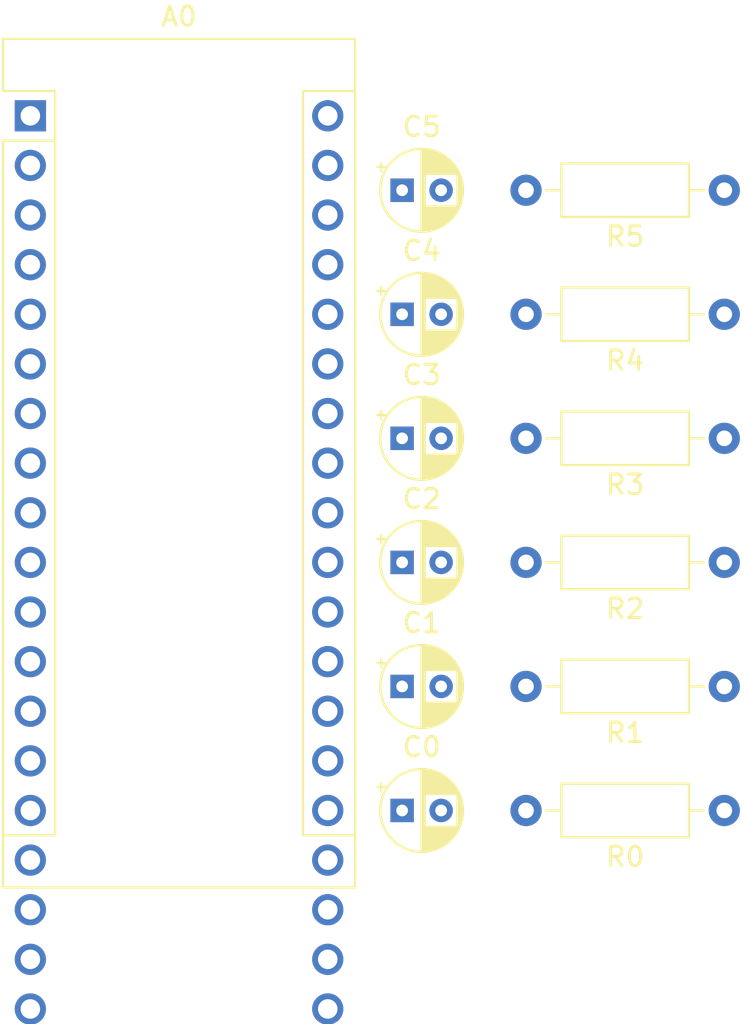
<source format=kicad_pcb>
(kicad_pcb (version 20171130) (host pcbnew 5.1.9)

  (general
    (thickness 1.6)
    (drawings 0)
    (tracks 0)
    (zones 0)
    (modules 13)
    (nets 37)
  )

  (page A4)
  (layers
    (0 F.Cu signal)
    (31 B.Cu signal)
    (32 B.Adhes user)
    (33 F.Adhes user)
    (34 B.Paste user)
    (35 F.Paste user)
    (36 B.SilkS user)
    (37 F.SilkS user)
    (38 B.Mask user)
    (39 F.Mask user)
    (40 Dwgs.User user)
    (41 Cmts.User user)
    (42 Eco1.User user)
    (43 Eco2.User user)
    (44 Edge.Cuts user)
    (45 Margin user)
    (46 B.CrtYd user)
    (47 F.CrtYd user)
    (48 B.Fab user)
    (49 F.Fab user)
  )

  (setup
    (last_trace_width 0.25)
    (trace_clearance 0.2)
    (zone_clearance 0.508)
    (zone_45_only no)
    (trace_min 0.2)
    (via_size 0.8)
    (via_drill 0.4)
    (via_min_size 0.4)
    (via_min_drill 0.3)
    (uvia_size 0.3)
    (uvia_drill 0.1)
    (uvias_allowed no)
    (uvia_min_size 0.2)
    (uvia_min_drill 0.1)
    (edge_width 0.05)
    (segment_width 0.2)
    (pcb_text_width 0.3)
    (pcb_text_size 1.5 1.5)
    (mod_edge_width 0.12)
    (mod_text_size 1 1)
    (mod_text_width 0.15)
    (pad_size 1.524 1.524)
    (pad_drill 0.762)
    (pad_to_mask_clearance 0)
    (aux_axis_origin 0 0)
    (visible_elements FFFFFF7F)
    (pcbplotparams
      (layerselection 0x010fc_ffffffff)
      (usegerberextensions false)
      (usegerberattributes true)
      (usegerberadvancedattributes true)
      (creategerberjobfile true)
      (excludeedgelayer true)
      (linewidth 0.100000)
      (plotframeref false)
      (viasonmask false)
      (mode 1)
      (useauxorigin false)
      (hpglpennumber 1)
      (hpglpenspeed 20)
      (hpglpendiameter 15.000000)
      (psnegative false)
      (psa4output false)
      (plotreference true)
      (plotvalue true)
      (plotinvisibletext false)
      (padsonsilk false)
      (subtractmaskfromsilk false)
      (outputformat 1)
      (mirror false)
      (drillshape 1)
      (scaleselection 1)
      (outputdirectory ""))
  )

  (net 0 "")
  (net 1 OUT0)
  (net 2 OUT1)
  (net 3 OUT2)
  (net 4 OUT3)
  (net 5 OUT4)
  (net 6 GND)
  (net 7 OUT5)
  (net 8 PWM5)
  (net 9 PWM4)
  (net 10 PWM3)
  (net 11 PWM2)
  (net 12 PWM1)
  (net 13 PWM0)
  (net 14 "Net-(A0-Pad1)")
  (net 15 "Net-(A0-Pad17)")
  (net 16 "Net-(A0-Pad2)")
  (net 17 "Net-(A0-Pad18)")
  (net 18 "Net-(A0-Pad3)")
  (net 19 "Net-(A0-Pad19)")
  (net 20 "Net-(A0-Pad4)")
  (net 21 "Net-(A0-Pad20)")
  (net 22 "Net-(A0-Pad5)")
  (net 23 "Net-(A0-Pad21)")
  (net 24 "Net-(A0-Pad22)")
  (net 25 "Net-(A0-Pad7)")
  (net 26 "Net-(A0-Pad23)")
  (net 27 "Net-(A0-Pad24)")
  (net 28 "Net-(A0-Pad25)")
  (net 29 "Net-(A0-Pad10)")
  (net 30 "Net-(A0-Pad26)")
  (net 31 "Net-(A0-Pad11)")
  (net 32 "Net-(A0-Pad27)")
  (net 33 "Net-(A0-Pad28)")
  (net 34 "Net-(A0-Pad30)")
  (net 35 "Net-(A0-Pad15)")
  (net 36 "Net-(A0-Pad16)")

  (net_class Default "This is the default net class."
    (clearance 0.2)
    (trace_width 0.25)
    (via_dia 0.8)
    (via_drill 0.4)
    (uvia_dia 0.3)
    (uvia_drill 0.1)
    (add_net GND)
    (add_net "Net-(A0-Pad1)")
    (add_net "Net-(A0-Pad10)")
    (add_net "Net-(A0-Pad11)")
    (add_net "Net-(A0-Pad15)")
    (add_net "Net-(A0-Pad16)")
    (add_net "Net-(A0-Pad17)")
    (add_net "Net-(A0-Pad18)")
    (add_net "Net-(A0-Pad19)")
    (add_net "Net-(A0-Pad2)")
    (add_net "Net-(A0-Pad20)")
    (add_net "Net-(A0-Pad21)")
    (add_net "Net-(A0-Pad22)")
    (add_net "Net-(A0-Pad23)")
    (add_net "Net-(A0-Pad24)")
    (add_net "Net-(A0-Pad25)")
    (add_net "Net-(A0-Pad26)")
    (add_net "Net-(A0-Pad27)")
    (add_net "Net-(A0-Pad28)")
    (add_net "Net-(A0-Pad3)")
    (add_net "Net-(A0-Pad30)")
    (add_net "Net-(A0-Pad4)")
    (add_net "Net-(A0-Pad5)")
    (add_net "Net-(A0-Pad7)")
    (add_net OUT0)
    (add_net OUT1)
    (add_net OUT2)
    (add_net OUT3)
    (add_net OUT4)
    (add_net OUT5)
    (add_net PWM0)
    (add_net PWM1)
    (add_net PWM2)
    (add_net PWM3)
    (add_net PWM4)
    (add_net PWM5)
  )

  (module fancontroller:Arduino_Nano_ExtraHoles (layer F.Cu) (tedit 603813F3) (tstamp 60383EE0)
    (at 81.28 63.5)
    (descr "Arduino Nano, http://www.mouser.com/pdfdocs/Gravitech_Arduino_Nano3_0.pdf")
    (tags "Arduino Nano")
    (path /6039E733)
    (fp_text reference A0 (at 7.62 -5.08) (layer F.SilkS)
      (effects (font (size 1 1) (thickness 0.15)))
    )
    (fp_text value Arduino (at 8.89 19.05 90) (layer F.Fab)
      (effects (font (size 1 1) (thickness 0.15)))
    )
    (fp_text user %R (at 6.35 19.05 90) (layer F.Fab)
      (effects (font (size 1 1) (thickness 0.15)))
    )
    (fp_line (start 1.27 1.27) (end 1.27 -1.27) (layer F.SilkS) (width 0.12))
    (fp_line (start 1.27 -1.27) (end -1.4 -1.27) (layer F.SilkS) (width 0.12))
    (fp_line (start -1.4 1.27) (end -1.4 39.5) (layer F.SilkS) (width 0.12))
    (fp_line (start -1.4 -3.94) (end -1.4 -1.27) (layer F.SilkS) (width 0.12))
    (fp_line (start 13.97 -1.27) (end 16.64 -1.27) (layer F.SilkS) (width 0.12))
    (fp_line (start 13.97 -1.27) (end 13.97 36.83) (layer F.SilkS) (width 0.12))
    (fp_line (start 13.97 36.83) (end 16.64 36.83) (layer F.SilkS) (width 0.12))
    (fp_line (start 1.27 1.27) (end -1.4 1.27) (layer F.SilkS) (width 0.12))
    (fp_line (start 1.27 1.27) (end 1.27 36.83) (layer F.SilkS) (width 0.12))
    (fp_line (start 1.27 36.83) (end -1.4 36.83) (layer F.SilkS) (width 0.12))
    (fp_line (start 3.81 31.75) (end 11.43 31.75) (layer F.Fab) (width 0.1))
    (fp_line (start 11.43 31.75) (end 11.43 41.91) (layer F.Fab) (width 0.1))
    (fp_line (start 11.43 41.91) (end 3.81 41.91) (layer F.Fab) (width 0.1))
    (fp_line (start 3.81 41.91) (end 3.81 31.75) (layer F.Fab) (width 0.1))
    (fp_line (start -1.4 39.5) (end 16.64 39.5) (layer F.SilkS) (width 0.12))
    (fp_line (start 16.64 39.5) (end 16.64 -3.94) (layer F.SilkS) (width 0.12))
    (fp_line (start 16.64 -3.94) (end -1.4 -3.94) (layer F.SilkS) (width 0.12))
    (fp_line (start 16.51 39.37) (end -1.27 39.37) (layer F.Fab) (width 0.1))
    (fp_line (start -1.27 39.37) (end -1.27 -2.54) (layer F.Fab) (width 0.1))
    (fp_line (start -1.27 -2.54) (end 0 -3.81) (layer F.Fab) (width 0.1))
    (fp_line (start 0 -3.81) (end 16.51 -3.81) (layer F.Fab) (width 0.1))
    (fp_line (start 16.51 -3.81) (end 16.51 39.37) (layer F.Fab) (width 0.1))
    (fp_line (start -1.53 -4.06) (end 16.75 -4.06) (layer F.CrtYd) (width 0.05))
    (fp_line (start -1.53 -4.06) (end -1.53 42.16) (layer F.CrtYd) (width 0.05))
    (fp_line (start 16.75 42.16) (end 16.75 -4.06) (layer F.CrtYd) (width 0.05))
    (fp_line (start 16.75 42.16) (end -1.53 42.16) (layer F.CrtYd) (width 0.05))
    (pad "" thru_hole oval (at 0 45.72) (size 1.6 1.6) (drill 1) (layers *.Cu *.Mask))
    (pad "" thru_hole oval (at 0 43.18) (size 1.6 1.6) (drill 1) (layers *.Cu *.Mask))
    (pad "" thru_hole oval (at 0 40.64) (size 1.6 1.6) (drill 1) (layers *.Cu *.Mask))
    (pad "" thru_hole oval (at 0 38.1) (size 1.6 1.6) (drill 1) (layers *.Cu *.Mask))
    (pad "" thru_hole oval (at 15.24 38.1) (size 1.6 1.6) (drill 1) (layers *.Cu *.Mask))
    (pad "" thru_hole oval (at 15.24 40.64) (size 1.6 1.6) (drill 1) (layers *.Cu *.Mask))
    (pad "" thru_hole oval (at 15.24 43.18) (size 1.6 1.6) (drill 1) (layers *.Cu *.Mask))
    (pad "" thru_hole oval (at 15.24 45.72) (size 1.6 1.6) (drill 1) (layers *.Cu *.Mask))
    (pad 16 thru_hole oval (at 15.24 35.56) (size 1.6 1.6) (drill 1) (layers *.Cu *.Mask)
      (net 36 "Net-(A0-Pad16)"))
    (pad 15 thru_hole oval (at 0 35.56) (size 1.6 1.6) (drill 1) (layers *.Cu *.Mask)
      (net 35 "Net-(A0-Pad15)"))
    (pad 30 thru_hole oval (at 15.24 0) (size 1.6 1.6) (drill 1) (layers *.Cu *.Mask)
      (net 34 "Net-(A0-Pad30)"))
    (pad 14 thru_hole oval (at 0 33.02) (size 1.6 1.6) (drill 1) (layers *.Cu *.Mask)
      (net 7 OUT5))
    (pad 29 thru_hole oval (at 15.24 2.54) (size 1.6 1.6) (drill 1) (layers *.Cu *.Mask)
      (net 6 GND))
    (pad 13 thru_hole oval (at 0 30.48) (size 1.6 1.6) (drill 1) (layers *.Cu *.Mask)
      (net 5 OUT4))
    (pad 28 thru_hole oval (at 15.24 5.08) (size 1.6 1.6) (drill 1) (layers *.Cu *.Mask)
      (net 33 "Net-(A0-Pad28)"))
    (pad 12 thru_hole oval (at 0 27.94) (size 1.6 1.6) (drill 1) (layers *.Cu *.Mask)
      (net 4 OUT3))
    (pad 27 thru_hole oval (at 15.24 7.62) (size 1.6 1.6) (drill 1) (layers *.Cu *.Mask)
      (net 32 "Net-(A0-Pad27)"))
    (pad 11 thru_hole oval (at 0 25.4) (size 1.6 1.6) (drill 1) (layers *.Cu *.Mask)
      (net 31 "Net-(A0-Pad11)"))
    (pad 26 thru_hole oval (at 15.24 10.16) (size 1.6 1.6) (drill 1) (layers *.Cu *.Mask)
      (net 30 "Net-(A0-Pad26)"))
    (pad 10 thru_hole oval (at 0 22.86) (size 1.6 1.6) (drill 1) (layers *.Cu *.Mask)
      (net 29 "Net-(A0-Pad10)"))
    (pad 25 thru_hole oval (at 15.24 12.7) (size 1.6 1.6) (drill 1) (layers *.Cu *.Mask)
      (net 28 "Net-(A0-Pad25)"))
    (pad 9 thru_hole oval (at 0 20.32) (size 1.6 1.6) (drill 1) (layers *.Cu *.Mask)
      (net 3 OUT2))
    (pad 24 thru_hole oval (at 15.24 15.24) (size 1.6 1.6) (drill 1) (layers *.Cu *.Mask)
      (net 27 "Net-(A0-Pad24)"))
    (pad 8 thru_hole oval (at 0 17.78) (size 1.6 1.6) (drill 1) (layers *.Cu *.Mask)
      (net 2 OUT1))
    (pad 23 thru_hole oval (at 15.24 17.78) (size 1.6 1.6) (drill 1) (layers *.Cu *.Mask)
      (net 26 "Net-(A0-Pad23)"))
    (pad 7 thru_hole oval (at 0 15.24) (size 1.6 1.6) (drill 1) (layers *.Cu *.Mask)
      (net 25 "Net-(A0-Pad7)"))
    (pad 22 thru_hole oval (at 15.24 20.32) (size 1.6 1.6) (drill 1) (layers *.Cu *.Mask)
      (net 24 "Net-(A0-Pad22)"))
    (pad 6 thru_hole oval (at 0 12.7) (size 1.6 1.6) (drill 1) (layers *.Cu *.Mask)
      (net 1 OUT0))
    (pad 21 thru_hole oval (at 15.24 22.86) (size 1.6 1.6) (drill 1) (layers *.Cu *.Mask)
      (net 23 "Net-(A0-Pad21)"))
    (pad 5 thru_hole oval (at 0 10.16) (size 1.6 1.6) (drill 1) (layers *.Cu *.Mask)
      (net 22 "Net-(A0-Pad5)"))
    (pad 20 thru_hole oval (at 15.24 25.4) (size 1.6 1.6) (drill 1) (layers *.Cu *.Mask)
      (net 21 "Net-(A0-Pad20)"))
    (pad 4 thru_hole oval (at 0 7.62) (size 1.6 1.6) (drill 1) (layers *.Cu *.Mask)
      (net 20 "Net-(A0-Pad4)"))
    (pad 19 thru_hole oval (at 15.24 27.94) (size 1.6 1.6) (drill 1) (layers *.Cu *.Mask)
      (net 19 "Net-(A0-Pad19)"))
    (pad 3 thru_hole oval (at 0 5.08) (size 1.6 1.6) (drill 1) (layers *.Cu *.Mask)
      (net 18 "Net-(A0-Pad3)"))
    (pad 18 thru_hole oval (at 15.24 30.48) (size 1.6 1.6) (drill 1) (layers *.Cu *.Mask)
      (net 17 "Net-(A0-Pad18)"))
    (pad 2 thru_hole oval (at 0 2.54) (size 1.6 1.6) (drill 1) (layers *.Cu *.Mask)
      (net 16 "Net-(A0-Pad2)"))
    (pad 17 thru_hole oval (at 15.24 33.02) (size 1.6 1.6) (drill 1) (layers *.Cu *.Mask)
      (net 15 "Net-(A0-Pad17)"))
    (pad 1 thru_hole rect (at 0 0) (size 1.6 1.6) (drill 1) (layers *.Cu *.Mask)
      (net 14 "Net-(A0-Pad1)"))
    (model ${KISYS3DMOD}/Module.3dshapes/Arduino_Nano_WithMountingHoles.wrl
      (at (xyz 0 0 0))
      (scale (xyz 1 1 1))
      (rotate (xyz 0 0 0))
    )
  )

  (module Capacitor_THT:CP_Radial_D4.0mm_P2.00mm (layer F.Cu) (tedit 5AE50EF0) (tstamp 60383F4C)
    (at 100.33 67.31)
    (descr "CP, Radial series, Radial, pin pitch=2.00mm, , diameter=4mm, Electrolytic Capacitor")
    (tags "CP Radial series Radial pin pitch 2.00mm  diameter 4mm Electrolytic Capacitor")
    (path /603A366D)
    (fp_text reference C5 (at 1 -3.25) (layer F.SilkS)
      (effects (font (size 1 1) (thickness 0.15)))
    )
    (fp_text value 1uF (at 1 3.25) (layer F.Fab)
      (effects (font (size 1 1) (thickness 0.15)))
    )
    (fp_line (start -1.069801 -1.395) (end -1.069801 -0.995) (layer F.SilkS) (width 0.12))
    (fp_line (start -1.269801 -1.195) (end -0.869801 -1.195) (layer F.SilkS) (width 0.12))
    (fp_line (start 3.081 -0.37) (end 3.081 0.37) (layer F.SilkS) (width 0.12))
    (fp_line (start 3.041 -0.537) (end 3.041 0.537) (layer F.SilkS) (width 0.12))
    (fp_line (start 3.001 -0.664) (end 3.001 0.664) (layer F.SilkS) (width 0.12))
    (fp_line (start 2.961 -0.768) (end 2.961 0.768) (layer F.SilkS) (width 0.12))
    (fp_line (start 2.921 -0.859) (end 2.921 0.859) (layer F.SilkS) (width 0.12))
    (fp_line (start 2.881 -0.94) (end 2.881 0.94) (layer F.SilkS) (width 0.12))
    (fp_line (start 2.841 -1.013) (end 2.841 1.013) (layer F.SilkS) (width 0.12))
    (fp_line (start 2.801 0.84) (end 2.801 1.08) (layer F.SilkS) (width 0.12))
    (fp_line (start 2.801 -1.08) (end 2.801 -0.84) (layer F.SilkS) (width 0.12))
    (fp_line (start 2.761 0.84) (end 2.761 1.142) (layer F.SilkS) (width 0.12))
    (fp_line (start 2.761 -1.142) (end 2.761 -0.84) (layer F.SilkS) (width 0.12))
    (fp_line (start 2.721 0.84) (end 2.721 1.2) (layer F.SilkS) (width 0.12))
    (fp_line (start 2.721 -1.2) (end 2.721 -0.84) (layer F.SilkS) (width 0.12))
    (fp_line (start 2.681 0.84) (end 2.681 1.254) (layer F.SilkS) (width 0.12))
    (fp_line (start 2.681 -1.254) (end 2.681 -0.84) (layer F.SilkS) (width 0.12))
    (fp_line (start 2.641 0.84) (end 2.641 1.304) (layer F.SilkS) (width 0.12))
    (fp_line (start 2.641 -1.304) (end 2.641 -0.84) (layer F.SilkS) (width 0.12))
    (fp_line (start 2.601 0.84) (end 2.601 1.351) (layer F.SilkS) (width 0.12))
    (fp_line (start 2.601 -1.351) (end 2.601 -0.84) (layer F.SilkS) (width 0.12))
    (fp_line (start 2.561 0.84) (end 2.561 1.396) (layer F.SilkS) (width 0.12))
    (fp_line (start 2.561 -1.396) (end 2.561 -0.84) (layer F.SilkS) (width 0.12))
    (fp_line (start 2.521 0.84) (end 2.521 1.438) (layer F.SilkS) (width 0.12))
    (fp_line (start 2.521 -1.438) (end 2.521 -0.84) (layer F.SilkS) (width 0.12))
    (fp_line (start 2.481 0.84) (end 2.481 1.478) (layer F.SilkS) (width 0.12))
    (fp_line (start 2.481 -1.478) (end 2.481 -0.84) (layer F.SilkS) (width 0.12))
    (fp_line (start 2.441 0.84) (end 2.441 1.516) (layer F.SilkS) (width 0.12))
    (fp_line (start 2.441 -1.516) (end 2.441 -0.84) (layer F.SilkS) (width 0.12))
    (fp_line (start 2.401 0.84) (end 2.401 1.552) (layer F.SilkS) (width 0.12))
    (fp_line (start 2.401 -1.552) (end 2.401 -0.84) (layer F.SilkS) (width 0.12))
    (fp_line (start 2.361 0.84) (end 2.361 1.587) (layer F.SilkS) (width 0.12))
    (fp_line (start 2.361 -1.587) (end 2.361 -0.84) (layer F.SilkS) (width 0.12))
    (fp_line (start 2.321 0.84) (end 2.321 1.619) (layer F.SilkS) (width 0.12))
    (fp_line (start 2.321 -1.619) (end 2.321 -0.84) (layer F.SilkS) (width 0.12))
    (fp_line (start 2.281 0.84) (end 2.281 1.65) (layer F.SilkS) (width 0.12))
    (fp_line (start 2.281 -1.65) (end 2.281 -0.84) (layer F.SilkS) (width 0.12))
    (fp_line (start 2.241 0.84) (end 2.241 1.68) (layer F.SilkS) (width 0.12))
    (fp_line (start 2.241 -1.68) (end 2.241 -0.84) (layer F.SilkS) (width 0.12))
    (fp_line (start 2.201 0.84) (end 2.201 1.708) (layer F.SilkS) (width 0.12))
    (fp_line (start 2.201 -1.708) (end 2.201 -0.84) (layer F.SilkS) (width 0.12))
    (fp_line (start 2.161 0.84) (end 2.161 1.735) (layer F.SilkS) (width 0.12))
    (fp_line (start 2.161 -1.735) (end 2.161 -0.84) (layer F.SilkS) (width 0.12))
    (fp_line (start 2.121 0.84) (end 2.121 1.76) (layer F.SilkS) (width 0.12))
    (fp_line (start 2.121 -1.76) (end 2.121 -0.84) (layer F.SilkS) (width 0.12))
    (fp_line (start 2.081 0.84) (end 2.081 1.785) (layer F.SilkS) (width 0.12))
    (fp_line (start 2.081 -1.785) (end 2.081 -0.84) (layer F.SilkS) (width 0.12))
    (fp_line (start 2.041 0.84) (end 2.041 1.808) (layer F.SilkS) (width 0.12))
    (fp_line (start 2.041 -1.808) (end 2.041 -0.84) (layer F.SilkS) (width 0.12))
    (fp_line (start 2.001 0.84) (end 2.001 1.83) (layer F.SilkS) (width 0.12))
    (fp_line (start 2.001 -1.83) (end 2.001 -0.84) (layer F.SilkS) (width 0.12))
    (fp_line (start 1.961 0.84) (end 1.961 1.851) (layer F.SilkS) (width 0.12))
    (fp_line (start 1.961 -1.851) (end 1.961 -0.84) (layer F.SilkS) (width 0.12))
    (fp_line (start 1.921 0.84) (end 1.921 1.87) (layer F.SilkS) (width 0.12))
    (fp_line (start 1.921 -1.87) (end 1.921 -0.84) (layer F.SilkS) (width 0.12))
    (fp_line (start 1.881 0.84) (end 1.881 1.889) (layer F.SilkS) (width 0.12))
    (fp_line (start 1.881 -1.889) (end 1.881 -0.84) (layer F.SilkS) (width 0.12))
    (fp_line (start 1.841 0.84) (end 1.841 1.907) (layer F.SilkS) (width 0.12))
    (fp_line (start 1.841 -1.907) (end 1.841 -0.84) (layer F.SilkS) (width 0.12))
    (fp_line (start 1.801 0.84) (end 1.801 1.924) (layer F.SilkS) (width 0.12))
    (fp_line (start 1.801 -1.924) (end 1.801 -0.84) (layer F.SilkS) (width 0.12))
    (fp_line (start 1.761 0.84) (end 1.761 1.94) (layer F.SilkS) (width 0.12))
    (fp_line (start 1.761 -1.94) (end 1.761 -0.84) (layer F.SilkS) (width 0.12))
    (fp_line (start 1.721 0.84) (end 1.721 1.954) (layer F.SilkS) (width 0.12))
    (fp_line (start 1.721 -1.954) (end 1.721 -0.84) (layer F.SilkS) (width 0.12))
    (fp_line (start 1.68 0.84) (end 1.68 1.968) (layer F.SilkS) (width 0.12))
    (fp_line (start 1.68 -1.968) (end 1.68 -0.84) (layer F.SilkS) (width 0.12))
    (fp_line (start 1.64 0.84) (end 1.64 1.982) (layer F.SilkS) (width 0.12))
    (fp_line (start 1.64 -1.982) (end 1.64 -0.84) (layer F.SilkS) (width 0.12))
    (fp_line (start 1.6 0.84) (end 1.6 1.994) (layer F.SilkS) (width 0.12))
    (fp_line (start 1.6 -1.994) (end 1.6 -0.84) (layer F.SilkS) (width 0.12))
    (fp_line (start 1.56 0.84) (end 1.56 2.005) (layer F.SilkS) (width 0.12))
    (fp_line (start 1.56 -2.005) (end 1.56 -0.84) (layer F.SilkS) (width 0.12))
    (fp_line (start 1.52 0.84) (end 1.52 2.016) (layer F.SilkS) (width 0.12))
    (fp_line (start 1.52 -2.016) (end 1.52 -0.84) (layer F.SilkS) (width 0.12))
    (fp_line (start 1.48 0.84) (end 1.48 2.025) (layer F.SilkS) (width 0.12))
    (fp_line (start 1.48 -2.025) (end 1.48 -0.84) (layer F.SilkS) (width 0.12))
    (fp_line (start 1.44 0.84) (end 1.44 2.034) (layer F.SilkS) (width 0.12))
    (fp_line (start 1.44 -2.034) (end 1.44 -0.84) (layer F.SilkS) (width 0.12))
    (fp_line (start 1.4 0.84) (end 1.4 2.042) (layer F.SilkS) (width 0.12))
    (fp_line (start 1.4 -2.042) (end 1.4 -0.84) (layer F.SilkS) (width 0.12))
    (fp_line (start 1.36 0.84) (end 1.36 2.05) (layer F.SilkS) (width 0.12))
    (fp_line (start 1.36 -2.05) (end 1.36 -0.84) (layer F.SilkS) (width 0.12))
    (fp_line (start 1.32 0.84) (end 1.32 2.056) (layer F.SilkS) (width 0.12))
    (fp_line (start 1.32 -2.056) (end 1.32 -0.84) (layer F.SilkS) (width 0.12))
    (fp_line (start 1.28 0.84) (end 1.28 2.062) (layer F.SilkS) (width 0.12))
    (fp_line (start 1.28 -2.062) (end 1.28 -0.84) (layer F.SilkS) (width 0.12))
    (fp_line (start 1.24 0.84) (end 1.24 2.067) (layer F.SilkS) (width 0.12))
    (fp_line (start 1.24 -2.067) (end 1.24 -0.84) (layer F.SilkS) (width 0.12))
    (fp_line (start 1.2 0.84) (end 1.2 2.071) (layer F.SilkS) (width 0.12))
    (fp_line (start 1.2 -2.071) (end 1.2 -0.84) (layer F.SilkS) (width 0.12))
    (fp_line (start 1.16 -2.074) (end 1.16 2.074) (layer F.SilkS) (width 0.12))
    (fp_line (start 1.12 -2.077) (end 1.12 2.077) (layer F.SilkS) (width 0.12))
    (fp_line (start 1.08 -2.079) (end 1.08 2.079) (layer F.SilkS) (width 0.12))
    (fp_line (start 1.04 -2.08) (end 1.04 2.08) (layer F.SilkS) (width 0.12))
    (fp_line (start 1 -2.08) (end 1 2.08) (layer F.SilkS) (width 0.12))
    (fp_line (start -0.502554 -1.0675) (end -0.502554 -0.6675) (layer F.Fab) (width 0.1))
    (fp_line (start -0.702554 -0.8675) (end -0.302554 -0.8675) (layer F.Fab) (width 0.1))
    (fp_circle (center 1 0) (end 3.25 0) (layer F.CrtYd) (width 0.05))
    (fp_circle (center 1 0) (end 3.12 0) (layer F.SilkS) (width 0.12))
    (fp_circle (center 1 0) (end 3 0) (layer F.Fab) (width 0.1))
    (fp_text user %R (at 1 0) (layer F.Fab)
      (effects (font (size 0.8 0.8) (thickness 0.12)))
    )
    (pad 1 thru_hole rect (at 0 0) (size 1.2 1.2) (drill 0.6) (layers *.Cu *.Mask)
      (net 27 "Net-(A0-Pad24)"))
    (pad 2 thru_hole circle (at 2 0) (size 1.2 1.2) (drill 0.6) (layers *.Cu *.Mask)
      (net 6 GND))
    (model ${KISYS3DMOD}/Capacitor_THT.3dshapes/CP_Radial_D4.0mm_P2.00mm.wrl
      (at (xyz 0 0 0))
      (scale (xyz 1 1 1))
      (rotate (xyz 0 0 0))
    )
  )

  (module Capacitor_THT:CP_Radial_D4.0mm_P2.00mm (layer F.Cu) (tedit 5AE50EF0) (tstamp 60383FB8)
    (at 100.33 73.66)
    (descr "CP, Radial series, Radial, pin pitch=2.00mm, , diameter=4mm, Electrolytic Capacitor")
    (tags "CP Radial series Radial pin pitch 2.00mm  diameter 4mm Electrolytic Capacitor")
    (path /603A3A65)
    (fp_text reference C4 (at 1 -3.25) (layer F.SilkS)
      (effects (font (size 1 1) (thickness 0.15)))
    )
    (fp_text value 1uF (at 1 3.25) (layer F.Fab)
      (effects (font (size 1 1) (thickness 0.15)))
    )
    (fp_line (start -1.069801 -1.395) (end -1.069801 -0.995) (layer F.SilkS) (width 0.12))
    (fp_line (start -1.269801 -1.195) (end -0.869801 -1.195) (layer F.SilkS) (width 0.12))
    (fp_line (start 3.081 -0.37) (end 3.081 0.37) (layer F.SilkS) (width 0.12))
    (fp_line (start 3.041 -0.537) (end 3.041 0.537) (layer F.SilkS) (width 0.12))
    (fp_line (start 3.001 -0.664) (end 3.001 0.664) (layer F.SilkS) (width 0.12))
    (fp_line (start 2.961 -0.768) (end 2.961 0.768) (layer F.SilkS) (width 0.12))
    (fp_line (start 2.921 -0.859) (end 2.921 0.859) (layer F.SilkS) (width 0.12))
    (fp_line (start 2.881 -0.94) (end 2.881 0.94) (layer F.SilkS) (width 0.12))
    (fp_line (start 2.841 -1.013) (end 2.841 1.013) (layer F.SilkS) (width 0.12))
    (fp_line (start 2.801 0.84) (end 2.801 1.08) (layer F.SilkS) (width 0.12))
    (fp_line (start 2.801 -1.08) (end 2.801 -0.84) (layer F.SilkS) (width 0.12))
    (fp_line (start 2.761 0.84) (end 2.761 1.142) (layer F.SilkS) (width 0.12))
    (fp_line (start 2.761 -1.142) (end 2.761 -0.84) (layer F.SilkS) (width 0.12))
    (fp_line (start 2.721 0.84) (end 2.721 1.2) (layer F.SilkS) (width 0.12))
    (fp_line (start 2.721 -1.2) (end 2.721 -0.84) (layer F.SilkS) (width 0.12))
    (fp_line (start 2.681 0.84) (end 2.681 1.254) (layer F.SilkS) (width 0.12))
    (fp_line (start 2.681 -1.254) (end 2.681 -0.84) (layer F.SilkS) (width 0.12))
    (fp_line (start 2.641 0.84) (end 2.641 1.304) (layer F.SilkS) (width 0.12))
    (fp_line (start 2.641 -1.304) (end 2.641 -0.84) (layer F.SilkS) (width 0.12))
    (fp_line (start 2.601 0.84) (end 2.601 1.351) (layer F.SilkS) (width 0.12))
    (fp_line (start 2.601 -1.351) (end 2.601 -0.84) (layer F.SilkS) (width 0.12))
    (fp_line (start 2.561 0.84) (end 2.561 1.396) (layer F.SilkS) (width 0.12))
    (fp_line (start 2.561 -1.396) (end 2.561 -0.84) (layer F.SilkS) (width 0.12))
    (fp_line (start 2.521 0.84) (end 2.521 1.438) (layer F.SilkS) (width 0.12))
    (fp_line (start 2.521 -1.438) (end 2.521 -0.84) (layer F.SilkS) (width 0.12))
    (fp_line (start 2.481 0.84) (end 2.481 1.478) (layer F.SilkS) (width 0.12))
    (fp_line (start 2.481 -1.478) (end 2.481 -0.84) (layer F.SilkS) (width 0.12))
    (fp_line (start 2.441 0.84) (end 2.441 1.516) (layer F.SilkS) (width 0.12))
    (fp_line (start 2.441 -1.516) (end 2.441 -0.84) (layer F.SilkS) (width 0.12))
    (fp_line (start 2.401 0.84) (end 2.401 1.552) (layer F.SilkS) (width 0.12))
    (fp_line (start 2.401 -1.552) (end 2.401 -0.84) (layer F.SilkS) (width 0.12))
    (fp_line (start 2.361 0.84) (end 2.361 1.587) (layer F.SilkS) (width 0.12))
    (fp_line (start 2.361 -1.587) (end 2.361 -0.84) (layer F.SilkS) (width 0.12))
    (fp_line (start 2.321 0.84) (end 2.321 1.619) (layer F.SilkS) (width 0.12))
    (fp_line (start 2.321 -1.619) (end 2.321 -0.84) (layer F.SilkS) (width 0.12))
    (fp_line (start 2.281 0.84) (end 2.281 1.65) (layer F.SilkS) (width 0.12))
    (fp_line (start 2.281 -1.65) (end 2.281 -0.84) (layer F.SilkS) (width 0.12))
    (fp_line (start 2.241 0.84) (end 2.241 1.68) (layer F.SilkS) (width 0.12))
    (fp_line (start 2.241 -1.68) (end 2.241 -0.84) (layer F.SilkS) (width 0.12))
    (fp_line (start 2.201 0.84) (end 2.201 1.708) (layer F.SilkS) (width 0.12))
    (fp_line (start 2.201 -1.708) (end 2.201 -0.84) (layer F.SilkS) (width 0.12))
    (fp_line (start 2.161 0.84) (end 2.161 1.735) (layer F.SilkS) (width 0.12))
    (fp_line (start 2.161 -1.735) (end 2.161 -0.84) (layer F.SilkS) (width 0.12))
    (fp_line (start 2.121 0.84) (end 2.121 1.76) (layer F.SilkS) (width 0.12))
    (fp_line (start 2.121 -1.76) (end 2.121 -0.84) (layer F.SilkS) (width 0.12))
    (fp_line (start 2.081 0.84) (end 2.081 1.785) (layer F.SilkS) (width 0.12))
    (fp_line (start 2.081 -1.785) (end 2.081 -0.84) (layer F.SilkS) (width 0.12))
    (fp_line (start 2.041 0.84) (end 2.041 1.808) (layer F.SilkS) (width 0.12))
    (fp_line (start 2.041 -1.808) (end 2.041 -0.84) (layer F.SilkS) (width 0.12))
    (fp_line (start 2.001 0.84) (end 2.001 1.83) (layer F.SilkS) (width 0.12))
    (fp_line (start 2.001 -1.83) (end 2.001 -0.84) (layer F.SilkS) (width 0.12))
    (fp_line (start 1.961 0.84) (end 1.961 1.851) (layer F.SilkS) (width 0.12))
    (fp_line (start 1.961 -1.851) (end 1.961 -0.84) (layer F.SilkS) (width 0.12))
    (fp_line (start 1.921 0.84) (end 1.921 1.87) (layer F.SilkS) (width 0.12))
    (fp_line (start 1.921 -1.87) (end 1.921 -0.84) (layer F.SilkS) (width 0.12))
    (fp_line (start 1.881 0.84) (end 1.881 1.889) (layer F.SilkS) (width 0.12))
    (fp_line (start 1.881 -1.889) (end 1.881 -0.84) (layer F.SilkS) (width 0.12))
    (fp_line (start 1.841 0.84) (end 1.841 1.907) (layer F.SilkS) (width 0.12))
    (fp_line (start 1.841 -1.907) (end 1.841 -0.84) (layer F.SilkS) (width 0.12))
    (fp_line (start 1.801 0.84) (end 1.801 1.924) (layer F.SilkS) (width 0.12))
    (fp_line (start 1.801 -1.924) (end 1.801 -0.84) (layer F.SilkS) (width 0.12))
    (fp_line (start 1.761 0.84) (end 1.761 1.94) (layer F.SilkS) (width 0.12))
    (fp_line (start 1.761 -1.94) (end 1.761 -0.84) (layer F.SilkS) (width 0.12))
    (fp_line (start 1.721 0.84) (end 1.721 1.954) (layer F.SilkS) (width 0.12))
    (fp_line (start 1.721 -1.954) (end 1.721 -0.84) (layer F.SilkS) (width 0.12))
    (fp_line (start 1.68 0.84) (end 1.68 1.968) (layer F.SilkS) (width 0.12))
    (fp_line (start 1.68 -1.968) (end 1.68 -0.84) (layer F.SilkS) (width 0.12))
    (fp_line (start 1.64 0.84) (end 1.64 1.982) (layer F.SilkS) (width 0.12))
    (fp_line (start 1.64 -1.982) (end 1.64 -0.84) (layer F.SilkS) (width 0.12))
    (fp_line (start 1.6 0.84) (end 1.6 1.994) (layer F.SilkS) (width 0.12))
    (fp_line (start 1.6 -1.994) (end 1.6 -0.84) (layer F.SilkS) (width 0.12))
    (fp_line (start 1.56 0.84) (end 1.56 2.005) (layer F.SilkS) (width 0.12))
    (fp_line (start 1.56 -2.005) (end 1.56 -0.84) (layer F.SilkS) (width 0.12))
    (fp_line (start 1.52 0.84) (end 1.52 2.016) (layer F.SilkS) (width 0.12))
    (fp_line (start 1.52 -2.016) (end 1.52 -0.84) (layer F.SilkS) (width 0.12))
    (fp_line (start 1.48 0.84) (end 1.48 2.025) (layer F.SilkS) (width 0.12))
    (fp_line (start 1.48 -2.025) (end 1.48 -0.84) (layer F.SilkS) (width 0.12))
    (fp_line (start 1.44 0.84) (end 1.44 2.034) (layer F.SilkS) (width 0.12))
    (fp_line (start 1.44 -2.034) (end 1.44 -0.84) (layer F.SilkS) (width 0.12))
    (fp_line (start 1.4 0.84) (end 1.4 2.042) (layer F.SilkS) (width 0.12))
    (fp_line (start 1.4 -2.042) (end 1.4 -0.84) (layer F.SilkS) (width 0.12))
    (fp_line (start 1.36 0.84) (end 1.36 2.05) (layer F.SilkS) (width 0.12))
    (fp_line (start 1.36 -2.05) (end 1.36 -0.84) (layer F.SilkS) (width 0.12))
    (fp_line (start 1.32 0.84) (end 1.32 2.056) (layer F.SilkS) (width 0.12))
    (fp_line (start 1.32 -2.056) (end 1.32 -0.84) (layer F.SilkS) (width 0.12))
    (fp_line (start 1.28 0.84) (end 1.28 2.062) (layer F.SilkS) (width 0.12))
    (fp_line (start 1.28 -2.062) (end 1.28 -0.84) (layer F.SilkS) (width 0.12))
    (fp_line (start 1.24 0.84) (end 1.24 2.067) (layer F.SilkS) (width 0.12))
    (fp_line (start 1.24 -2.067) (end 1.24 -0.84) (layer F.SilkS) (width 0.12))
    (fp_line (start 1.2 0.84) (end 1.2 2.071) (layer F.SilkS) (width 0.12))
    (fp_line (start 1.2 -2.071) (end 1.2 -0.84) (layer F.SilkS) (width 0.12))
    (fp_line (start 1.16 -2.074) (end 1.16 2.074) (layer F.SilkS) (width 0.12))
    (fp_line (start 1.12 -2.077) (end 1.12 2.077) (layer F.SilkS) (width 0.12))
    (fp_line (start 1.08 -2.079) (end 1.08 2.079) (layer F.SilkS) (width 0.12))
    (fp_line (start 1.04 -2.08) (end 1.04 2.08) (layer F.SilkS) (width 0.12))
    (fp_line (start 1 -2.08) (end 1 2.08) (layer F.SilkS) (width 0.12))
    (fp_line (start -0.502554 -1.0675) (end -0.502554 -0.6675) (layer F.Fab) (width 0.1))
    (fp_line (start -0.702554 -0.8675) (end -0.302554 -0.8675) (layer F.Fab) (width 0.1))
    (fp_circle (center 1 0) (end 3.25 0) (layer F.CrtYd) (width 0.05))
    (fp_circle (center 1 0) (end 3.12 0) (layer F.SilkS) (width 0.12))
    (fp_circle (center 1 0) (end 3 0) (layer F.Fab) (width 0.1))
    (fp_text user %R (at 1 0) (layer F.Fab)
      (effects (font (size 0.8 0.8) (thickness 0.12)))
    )
    (pad 1 thru_hole rect (at 0 0) (size 1.2 1.2) (drill 0.6) (layers *.Cu *.Mask)
      (net 26 "Net-(A0-Pad23)"))
    (pad 2 thru_hole circle (at 2 0) (size 1.2 1.2) (drill 0.6) (layers *.Cu *.Mask)
      (net 6 GND))
    (model ${KISYS3DMOD}/Capacitor_THT.3dshapes/CP_Radial_D4.0mm_P2.00mm.wrl
      (at (xyz 0 0 0))
      (scale (xyz 1 1 1))
      (rotate (xyz 0 0 0))
    )
  )

  (module Capacitor_THT:CP_Radial_D4.0mm_P2.00mm (layer F.Cu) (tedit 5AE50EF0) (tstamp 60384024)
    (at 100.33 80.01)
    (descr "CP, Radial series, Radial, pin pitch=2.00mm, , diameter=4mm, Electrolytic Capacitor")
    (tags "CP Radial series Radial pin pitch 2.00mm  diameter 4mm Electrolytic Capacitor")
    (path /603A3C8D)
    (fp_text reference C3 (at 1 -3.25) (layer F.SilkS)
      (effects (font (size 1 1) (thickness 0.15)))
    )
    (fp_text value 1uF (at 1 3.25) (layer F.Fab)
      (effects (font (size 1 1) (thickness 0.15)))
    )
    (fp_text user %R (at 1 0) (layer F.Fab)
      (effects (font (size 0.8 0.8) (thickness 0.12)))
    )
    (fp_circle (center 1 0) (end 3 0) (layer F.Fab) (width 0.1))
    (fp_circle (center 1 0) (end 3.12 0) (layer F.SilkS) (width 0.12))
    (fp_circle (center 1 0) (end 3.25 0) (layer F.CrtYd) (width 0.05))
    (fp_line (start -0.702554 -0.8675) (end -0.302554 -0.8675) (layer F.Fab) (width 0.1))
    (fp_line (start -0.502554 -1.0675) (end -0.502554 -0.6675) (layer F.Fab) (width 0.1))
    (fp_line (start 1 -2.08) (end 1 2.08) (layer F.SilkS) (width 0.12))
    (fp_line (start 1.04 -2.08) (end 1.04 2.08) (layer F.SilkS) (width 0.12))
    (fp_line (start 1.08 -2.079) (end 1.08 2.079) (layer F.SilkS) (width 0.12))
    (fp_line (start 1.12 -2.077) (end 1.12 2.077) (layer F.SilkS) (width 0.12))
    (fp_line (start 1.16 -2.074) (end 1.16 2.074) (layer F.SilkS) (width 0.12))
    (fp_line (start 1.2 -2.071) (end 1.2 -0.84) (layer F.SilkS) (width 0.12))
    (fp_line (start 1.2 0.84) (end 1.2 2.071) (layer F.SilkS) (width 0.12))
    (fp_line (start 1.24 -2.067) (end 1.24 -0.84) (layer F.SilkS) (width 0.12))
    (fp_line (start 1.24 0.84) (end 1.24 2.067) (layer F.SilkS) (width 0.12))
    (fp_line (start 1.28 -2.062) (end 1.28 -0.84) (layer F.SilkS) (width 0.12))
    (fp_line (start 1.28 0.84) (end 1.28 2.062) (layer F.SilkS) (width 0.12))
    (fp_line (start 1.32 -2.056) (end 1.32 -0.84) (layer F.SilkS) (width 0.12))
    (fp_line (start 1.32 0.84) (end 1.32 2.056) (layer F.SilkS) (width 0.12))
    (fp_line (start 1.36 -2.05) (end 1.36 -0.84) (layer F.SilkS) (width 0.12))
    (fp_line (start 1.36 0.84) (end 1.36 2.05) (layer F.SilkS) (width 0.12))
    (fp_line (start 1.4 -2.042) (end 1.4 -0.84) (layer F.SilkS) (width 0.12))
    (fp_line (start 1.4 0.84) (end 1.4 2.042) (layer F.SilkS) (width 0.12))
    (fp_line (start 1.44 -2.034) (end 1.44 -0.84) (layer F.SilkS) (width 0.12))
    (fp_line (start 1.44 0.84) (end 1.44 2.034) (layer F.SilkS) (width 0.12))
    (fp_line (start 1.48 -2.025) (end 1.48 -0.84) (layer F.SilkS) (width 0.12))
    (fp_line (start 1.48 0.84) (end 1.48 2.025) (layer F.SilkS) (width 0.12))
    (fp_line (start 1.52 -2.016) (end 1.52 -0.84) (layer F.SilkS) (width 0.12))
    (fp_line (start 1.52 0.84) (end 1.52 2.016) (layer F.SilkS) (width 0.12))
    (fp_line (start 1.56 -2.005) (end 1.56 -0.84) (layer F.SilkS) (width 0.12))
    (fp_line (start 1.56 0.84) (end 1.56 2.005) (layer F.SilkS) (width 0.12))
    (fp_line (start 1.6 -1.994) (end 1.6 -0.84) (layer F.SilkS) (width 0.12))
    (fp_line (start 1.6 0.84) (end 1.6 1.994) (layer F.SilkS) (width 0.12))
    (fp_line (start 1.64 -1.982) (end 1.64 -0.84) (layer F.SilkS) (width 0.12))
    (fp_line (start 1.64 0.84) (end 1.64 1.982) (layer F.SilkS) (width 0.12))
    (fp_line (start 1.68 -1.968) (end 1.68 -0.84) (layer F.SilkS) (width 0.12))
    (fp_line (start 1.68 0.84) (end 1.68 1.968) (layer F.SilkS) (width 0.12))
    (fp_line (start 1.721 -1.954) (end 1.721 -0.84) (layer F.SilkS) (width 0.12))
    (fp_line (start 1.721 0.84) (end 1.721 1.954) (layer F.SilkS) (width 0.12))
    (fp_line (start 1.761 -1.94) (end 1.761 -0.84) (layer F.SilkS) (width 0.12))
    (fp_line (start 1.761 0.84) (end 1.761 1.94) (layer F.SilkS) (width 0.12))
    (fp_line (start 1.801 -1.924) (end 1.801 -0.84) (layer F.SilkS) (width 0.12))
    (fp_line (start 1.801 0.84) (end 1.801 1.924) (layer F.SilkS) (width 0.12))
    (fp_line (start 1.841 -1.907) (end 1.841 -0.84) (layer F.SilkS) (width 0.12))
    (fp_line (start 1.841 0.84) (end 1.841 1.907) (layer F.SilkS) (width 0.12))
    (fp_line (start 1.881 -1.889) (end 1.881 -0.84) (layer F.SilkS) (width 0.12))
    (fp_line (start 1.881 0.84) (end 1.881 1.889) (layer F.SilkS) (width 0.12))
    (fp_line (start 1.921 -1.87) (end 1.921 -0.84) (layer F.SilkS) (width 0.12))
    (fp_line (start 1.921 0.84) (end 1.921 1.87) (layer F.SilkS) (width 0.12))
    (fp_line (start 1.961 -1.851) (end 1.961 -0.84) (layer F.SilkS) (width 0.12))
    (fp_line (start 1.961 0.84) (end 1.961 1.851) (layer F.SilkS) (width 0.12))
    (fp_line (start 2.001 -1.83) (end 2.001 -0.84) (layer F.SilkS) (width 0.12))
    (fp_line (start 2.001 0.84) (end 2.001 1.83) (layer F.SilkS) (width 0.12))
    (fp_line (start 2.041 -1.808) (end 2.041 -0.84) (layer F.SilkS) (width 0.12))
    (fp_line (start 2.041 0.84) (end 2.041 1.808) (layer F.SilkS) (width 0.12))
    (fp_line (start 2.081 -1.785) (end 2.081 -0.84) (layer F.SilkS) (width 0.12))
    (fp_line (start 2.081 0.84) (end 2.081 1.785) (layer F.SilkS) (width 0.12))
    (fp_line (start 2.121 -1.76) (end 2.121 -0.84) (layer F.SilkS) (width 0.12))
    (fp_line (start 2.121 0.84) (end 2.121 1.76) (layer F.SilkS) (width 0.12))
    (fp_line (start 2.161 -1.735) (end 2.161 -0.84) (layer F.SilkS) (width 0.12))
    (fp_line (start 2.161 0.84) (end 2.161 1.735) (layer F.SilkS) (width 0.12))
    (fp_line (start 2.201 -1.708) (end 2.201 -0.84) (layer F.SilkS) (width 0.12))
    (fp_line (start 2.201 0.84) (end 2.201 1.708) (layer F.SilkS) (width 0.12))
    (fp_line (start 2.241 -1.68) (end 2.241 -0.84) (layer F.SilkS) (width 0.12))
    (fp_line (start 2.241 0.84) (end 2.241 1.68) (layer F.SilkS) (width 0.12))
    (fp_line (start 2.281 -1.65) (end 2.281 -0.84) (layer F.SilkS) (width 0.12))
    (fp_line (start 2.281 0.84) (end 2.281 1.65) (layer F.SilkS) (width 0.12))
    (fp_line (start 2.321 -1.619) (end 2.321 -0.84) (layer F.SilkS) (width 0.12))
    (fp_line (start 2.321 0.84) (end 2.321 1.619) (layer F.SilkS) (width 0.12))
    (fp_line (start 2.361 -1.587) (end 2.361 -0.84) (layer F.SilkS) (width 0.12))
    (fp_line (start 2.361 0.84) (end 2.361 1.587) (layer F.SilkS) (width 0.12))
    (fp_line (start 2.401 -1.552) (end 2.401 -0.84) (layer F.SilkS) (width 0.12))
    (fp_line (start 2.401 0.84) (end 2.401 1.552) (layer F.SilkS) (width 0.12))
    (fp_line (start 2.441 -1.516) (end 2.441 -0.84) (layer F.SilkS) (width 0.12))
    (fp_line (start 2.441 0.84) (end 2.441 1.516) (layer F.SilkS) (width 0.12))
    (fp_line (start 2.481 -1.478) (end 2.481 -0.84) (layer F.SilkS) (width 0.12))
    (fp_line (start 2.481 0.84) (end 2.481 1.478) (layer F.SilkS) (width 0.12))
    (fp_line (start 2.521 -1.438) (end 2.521 -0.84) (layer F.SilkS) (width 0.12))
    (fp_line (start 2.521 0.84) (end 2.521 1.438) (layer F.SilkS) (width 0.12))
    (fp_line (start 2.561 -1.396) (end 2.561 -0.84) (layer F.SilkS) (width 0.12))
    (fp_line (start 2.561 0.84) (end 2.561 1.396) (layer F.SilkS) (width 0.12))
    (fp_line (start 2.601 -1.351) (end 2.601 -0.84) (layer F.SilkS) (width 0.12))
    (fp_line (start 2.601 0.84) (end 2.601 1.351) (layer F.SilkS) (width 0.12))
    (fp_line (start 2.641 -1.304) (end 2.641 -0.84) (layer F.SilkS) (width 0.12))
    (fp_line (start 2.641 0.84) (end 2.641 1.304) (layer F.SilkS) (width 0.12))
    (fp_line (start 2.681 -1.254) (end 2.681 -0.84) (layer F.SilkS) (width 0.12))
    (fp_line (start 2.681 0.84) (end 2.681 1.254) (layer F.SilkS) (width 0.12))
    (fp_line (start 2.721 -1.2) (end 2.721 -0.84) (layer F.SilkS) (width 0.12))
    (fp_line (start 2.721 0.84) (end 2.721 1.2) (layer F.SilkS) (width 0.12))
    (fp_line (start 2.761 -1.142) (end 2.761 -0.84) (layer F.SilkS) (width 0.12))
    (fp_line (start 2.761 0.84) (end 2.761 1.142) (layer F.SilkS) (width 0.12))
    (fp_line (start 2.801 -1.08) (end 2.801 -0.84) (layer F.SilkS) (width 0.12))
    (fp_line (start 2.801 0.84) (end 2.801 1.08) (layer F.SilkS) (width 0.12))
    (fp_line (start 2.841 -1.013) (end 2.841 1.013) (layer F.SilkS) (width 0.12))
    (fp_line (start 2.881 -0.94) (end 2.881 0.94) (layer F.SilkS) (width 0.12))
    (fp_line (start 2.921 -0.859) (end 2.921 0.859) (layer F.SilkS) (width 0.12))
    (fp_line (start 2.961 -0.768) (end 2.961 0.768) (layer F.SilkS) (width 0.12))
    (fp_line (start 3.001 -0.664) (end 3.001 0.664) (layer F.SilkS) (width 0.12))
    (fp_line (start 3.041 -0.537) (end 3.041 0.537) (layer F.SilkS) (width 0.12))
    (fp_line (start 3.081 -0.37) (end 3.081 0.37) (layer F.SilkS) (width 0.12))
    (fp_line (start -1.269801 -1.195) (end -0.869801 -1.195) (layer F.SilkS) (width 0.12))
    (fp_line (start -1.069801 -1.395) (end -1.069801 -0.995) (layer F.SilkS) (width 0.12))
    (pad 2 thru_hole circle (at 2 0) (size 1.2 1.2) (drill 0.6) (layers *.Cu *.Mask)
      (net 6 GND))
    (pad 1 thru_hole rect (at 0 0) (size 1.2 1.2) (drill 0.6) (layers *.Cu *.Mask)
      (net 24 "Net-(A0-Pad22)"))
    (model ${KISYS3DMOD}/Capacitor_THT.3dshapes/CP_Radial_D4.0mm_P2.00mm.wrl
      (at (xyz 0 0 0))
      (scale (xyz 1 1 1))
      (rotate (xyz 0 0 0))
    )
  )

  (module Capacitor_THT:CP_Radial_D4.0mm_P2.00mm (layer F.Cu) (tedit 5AE50EF0) (tstamp 60384090)
    (at 100.33 86.36)
    (descr "CP, Radial series, Radial, pin pitch=2.00mm, , diameter=4mm, Electrolytic Capacitor")
    (tags "CP Radial series Radial pin pitch 2.00mm  diameter 4mm Electrolytic Capacitor")
    (path /603A3879)
    (fp_text reference C2 (at 1 -3.25) (layer F.SilkS)
      (effects (font (size 1 1) (thickness 0.15)))
    )
    (fp_text value 1uF (at 1 3.25) (layer F.Fab)
      (effects (font (size 1 1) (thickness 0.15)))
    )
    (fp_text user %R (at 1 0) (layer F.Fab)
      (effects (font (size 0.8 0.8) (thickness 0.12)))
    )
    (fp_circle (center 1 0) (end 3 0) (layer F.Fab) (width 0.1))
    (fp_circle (center 1 0) (end 3.12 0) (layer F.SilkS) (width 0.12))
    (fp_circle (center 1 0) (end 3.25 0) (layer F.CrtYd) (width 0.05))
    (fp_line (start -0.702554 -0.8675) (end -0.302554 -0.8675) (layer F.Fab) (width 0.1))
    (fp_line (start -0.502554 -1.0675) (end -0.502554 -0.6675) (layer F.Fab) (width 0.1))
    (fp_line (start 1 -2.08) (end 1 2.08) (layer F.SilkS) (width 0.12))
    (fp_line (start 1.04 -2.08) (end 1.04 2.08) (layer F.SilkS) (width 0.12))
    (fp_line (start 1.08 -2.079) (end 1.08 2.079) (layer F.SilkS) (width 0.12))
    (fp_line (start 1.12 -2.077) (end 1.12 2.077) (layer F.SilkS) (width 0.12))
    (fp_line (start 1.16 -2.074) (end 1.16 2.074) (layer F.SilkS) (width 0.12))
    (fp_line (start 1.2 -2.071) (end 1.2 -0.84) (layer F.SilkS) (width 0.12))
    (fp_line (start 1.2 0.84) (end 1.2 2.071) (layer F.SilkS) (width 0.12))
    (fp_line (start 1.24 -2.067) (end 1.24 -0.84) (layer F.SilkS) (width 0.12))
    (fp_line (start 1.24 0.84) (end 1.24 2.067) (layer F.SilkS) (width 0.12))
    (fp_line (start 1.28 -2.062) (end 1.28 -0.84) (layer F.SilkS) (width 0.12))
    (fp_line (start 1.28 0.84) (end 1.28 2.062) (layer F.SilkS) (width 0.12))
    (fp_line (start 1.32 -2.056) (end 1.32 -0.84) (layer F.SilkS) (width 0.12))
    (fp_line (start 1.32 0.84) (end 1.32 2.056) (layer F.SilkS) (width 0.12))
    (fp_line (start 1.36 -2.05) (end 1.36 -0.84) (layer F.SilkS) (width 0.12))
    (fp_line (start 1.36 0.84) (end 1.36 2.05) (layer F.SilkS) (width 0.12))
    (fp_line (start 1.4 -2.042) (end 1.4 -0.84) (layer F.SilkS) (width 0.12))
    (fp_line (start 1.4 0.84) (end 1.4 2.042) (layer F.SilkS) (width 0.12))
    (fp_line (start 1.44 -2.034) (end 1.44 -0.84) (layer F.SilkS) (width 0.12))
    (fp_line (start 1.44 0.84) (end 1.44 2.034) (layer F.SilkS) (width 0.12))
    (fp_line (start 1.48 -2.025) (end 1.48 -0.84) (layer F.SilkS) (width 0.12))
    (fp_line (start 1.48 0.84) (end 1.48 2.025) (layer F.SilkS) (width 0.12))
    (fp_line (start 1.52 -2.016) (end 1.52 -0.84) (layer F.SilkS) (width 0.12))
    (fp_line (start 1.52 0.84) (end 1.52 2.016) (layer F.SilkS) (width 0.12))
    (fp_line (start 1.56 -2.005) (end 1.56 -0.84) (layer F.SilkS) (width 0.12))
    (fp_line (start 1.56 0.84) (end 1.56 2.005) (layer F.SilkS) (width 0.12))
    (fp_line (start 1.6 -1.994) (end 1.6 -0.84) (layer F.SilkS) (width 0.12))
    (fp_line (start 1.6 0.84) (end 1.6 1.994) (layer F.SilkS) (width 0.12))
    (fp_line (start 1.64 -1.982) (end 1.64 -0.84) (layer F.SilkS) (width 0.12))
    (fp_line (start 1.64 0.84) (end 1.64 1.982) (layer F.SilkS) (width 0.12))
    (fp_line (start 1.68 -1.968) (end 1.68 -0.84) (layer F.SilkS) (width 0.12))
    (fp_line (start 1.68 0.84) (end 1.68 1.968) (layer F.SilkS) (width 0.12))
    (fp_line (start 1.721 -1.954) (end 1.721 -0.84) (layer F.SilkS) (width 0.12))
    (fp_line (start 1.721 0.84) (end 1.721 1.954) (layer F.SilkS) (width 0.12))
    (fp_line (start 1.761 -1.94) (end 1.761 -0.84) (layer F.SilkS) (width 0.12))
    (fp_line (start 1.761 0.84) (end 1.761 1.94) (layer F.SilkS) (width 0.12))
    (fp_line (start 1.801 -1.924) (end 1.801 -0.84) (layer F.SilkS) (width 0.12))
    (fp_line (start 1.801 0.84) (end 1.801 1.924) (layer F.SilkS) (width 0.12))
    (fp_line (start 1.841 -1.907) (end 1.841 -0.84) (layer F.SilkS) (width 0.12))
    (fp_line (start 1.841 0.84) (end 1.841 1.907) (layer F.SilkS) (width 0.12))
    (fp_line (start 1.881 -1.889) (end 1.881 -0.84) (layer F.SilkS) (width 0.12))
    (fp_line (start 1.881 0.84) (end 1.881 1.889) (layer F.SilkS) (width 0.12))
    (fp_line (start 1.921 -1.87) (end 1.921 -0.84) (layer F.SilkS) (width 0.12))
    (fp_line (start 1.921 0.84) (end 1.921 1.87) (layer F.SilkS) (width 0.12))
    (fp_line (start 1.961 -1.851) (end 1.961 -0.84) (layer F.SilkS) (width 0.12))
    (fp_line (start 1.961 0.84) (end 1.961 1.851) (layer F.SilkS) (width 0.12))
    (fp_line (start 2.001 -1.83) (end 2.001 -0.84) (layer F.SilkS) (width 0.12))
    (fp_line (start 2.001 0.84) (end 2.001 1.83) (layer F.SilkS) (width 0.12))
    (fp_line (start 2.041 -1.808) (end 2.041 -0.84) (layer F.SilkS) (width 0.12))
    (fp_line (start 2.041 0.84) (end 2.041 1.808) (layer F.SilkS) (width 0.12))
    (fp_line (start 2.081 -1.785) (end 2.081 -0.84) (layer F.SilkS) (width 0.12))
    (fp_line (start 2.081 0.84) (end 2.081 1.785) (layer F.SilkS) (width 0.12))
    (fp_line (start 2.121 -1.76) (end 2.121 -0.84) (layer F.SilkS) (width 0.12))
    (fp_line (start 2.121 0.84) (end 2.121 1.76) (layer F.SilkS) (width 0.12))
    (fp_line (start 2.161 -1.735) (end 2.161 -0.84) (layer F.SilkS) (width 0.12))
    (fp_line (start 2.161 0.84) (end 2.161 1.735) (layer F.SilkS) (width 0.12))
    (fp_line (start 2.201 -1.708) (end 2.201 -0.84) (layer F.SilkS) (width 0.12))
    (fp_line (start 2.201 0.84) (end 2.201 1.708) (layer F.SilkS) (width 0.12))
    (fp_line (start 2.241 -1.68) (end 2.241 -0.84) (layer F.SilkS) (width 0.12))
    (fp_line (start 2.241 0.84) (end 2.241 1.68) (layer F.SilkS) (width 0.12))
    (fp_line (start 2.281 -1.65) (end 2.281 -0.84) (layer F.SilkS) (width 0.12))
    (fp_line (start 2.281 0.84) (end 2.281 1.65) (layer F.SilkS) (width 0.12))
    (fp_line (start 2.321 -1.619) (end 2.321 -0.84) (layer F.SilkS) (width 0.12))
    (fp_line (start 2.321 0.84) (end 2.321 1.619) (layer F.SilkS) (width 0.12))
    (fp_line (start 2.361 -1.587) (end 2.361 -0.84) (layer F.SilkS) (width 0.12))
    (fp_line (start 2.361 0.84) (end 2.361 1.587) (layer F.SilkS) (width 0.12))
    (fp_line (start 2.401 -1.552) (end 2.401 -0.84) (layer F.SilkS) (width 0.12))
    (fp_line (start 2.401 0.84) (end 2.401 1.552) (layer F.SilkS) (width 0.12))
    (fp_line (start 2.441 -1.516) (end 2.441 -0.84) (layer F.SilkS) (width 0.12))
    (fp_line (start 2.441 0.84) (end 2.441 1.516) (layer F.SilkS) (width 0.12))
    (fp_line (start 2.481 -1.478) (end 2.481 -0.84) (layer F.SilkS) (width 0.12))
    (fp_line (start 2.481 0.84) (end 2.481 1.478) (layer F.SilkS) (width 0.12))
    (fp_line (start 2.521 -1.438) (end 2.521 -0.84) (layer F.SilkS) (width 0.12))
    (fp_line (start 2.521 0.84) (end 2.521 1.438) (layer F.SilkS) (width 0.12))
    (fp_line (start 2.561 -1.396) (end 2.561 -0.84) (layer F.SilkS) (width 0.12))
    (fp_line (start 2.561 0.84) (end 2.561 1.396) (layer F.SilkS) (width 0.12))
    (fp_line (start 2.601 -1.351) (end 2.601 -0.84) (layer F.SilkS) (width 0.12))
    (fp_line (start 2.601 0.84) (end 2.601 1.351) (layer F.SilkS) (width 0.12))
    (fp_line (start 2.641 -1.304) (end 2.641 -0.84) (layer F.SilkS) (width 0.12))
    (fp_line (start 2.641 0.84) (end 2.641 1.304) (layer F.SilkS) (width 0.12))
    (fp_line (start 2.681 -1.254) (end 2.681 -0.84) (layer F.SilkS) (width 0.12))
    (fp_line (start 2.681 0.84) (end 2.681 1.254) (layer F.SilkS) (width 0.12))
    (fp_line (start 2.721 -1.2) (end 2.721 -0.84) (layer F.SilkS) (width 0.12))
    (fp_line (start 2.721 0.84) (end 2.721 1.2) (layer F.SilkS) (width 0.12))
    (fp_line (start 2.761 -1.142) (end 2.761 -0.84) (layer F.SilkS) (width 0.12))
    (fp_line (start 2.761 0.84) (end 2.761 1.142) (layer F.SilkS) (width 0.12))
    (fp_line (start 2.801 -1.08) (end 2.801 -0.84) (layer F.SilkS) (width 0.12))
    (fp_line (start 2.801 0.84) (end 2.801 1.08) (layer F.SilkS) (width 0.12))
    (fp_line (start 2.841 -1.013) (end 2.841 1.013) (layer F.SilkS) (width 0.12))
    (fp_line (start 2.881 -0.94) (end 2.881 0.94) (layer F.SilkS) (width 0.12))
    (fp_line (start 2.921 -0.859) (end 2.921 0.859) (layer F.SilkS) (width 0.12))
    (fp_line (start 2.961 -0.768) (end 2.961 0.768) (layer F.SilkS) (width 0.12))
    (fp_line (start 3.001 -0.664) (end 3.001 0.664) (layer F.SilkS) (width 0.12))
    (fp_line (start 3.041 -0.537) (end 3.041 0.537) (layer F.SilkS) (width 0.12))
    (fp_line (start 3.081 -0.37) (end 3.081 0.37) (layer F.SilkS) (width 0.12))
    (fp_line (start -1.269801 -1.195) (end -0.869801 -1.195) (layer F.SilkS) (width 0.12))
    (fp_line (start -1.069801 -1.395) (end -1.069801 -0.995) (layer F.SilkS) (width 0.12))
    (pad 2 thru_hole circle (at 2 0) (size 1.2 1.2) (drill 0.6) (layers *.Cu *.Mask)
      (net 6 GND))
    (pad 1 thru_hole rect (at 0 0) (size 1.2 1.2) (drill 0.6) (layers *.Cu *.Mask)
      (net 23 "Net-(A0-Pad21)"))
    (model ${KISYS3DMOD}/Capacitor_THT.3dshapes/CP_Radial_D4.0mm_P2.00mm.wrl
      (at (xyz 0 0 0))
      (scale (xyz 1 1 1))
      (rotate (xyz 0 0 0))
    )
  )

  (module Capacitor_THT:CP_Radial_D4.0mm_P2.00mm (layer F.Cu) (tedit 5AE50EF0) (tstamp 603840FC)
    (at 100.33 92.71)
    (descr "CP, Radial series, Radial, pin pitch=2.00mm, , diameter=4mm, Electrolytic Capacitor")
    (tags "CP Radial series Radial pin pitch 2.00mm  diameter 4mm Electrolytic Capacitor")
    (path /603A0003)
    (fp_text reference C1 (at 1 -3.25) (layer F.SilkS)
      (effects (font (size 1 1) (thickness 0.15)))
    )
    (fp_text value 1uF (at 1 3.25) (layer F.Fab)
      (effects (font (size 1 1) (thickness 0.15)))
    )
    (fp_text user %R (at 1 0) (layer F.Fab)
      (effects (font (size 0.8 0.8) (thickness 0.12)))
    )
    (fp_circle (center 1 0) (end 3 0) (layer F.Fab) (width 0.1))
    (fp_circle (center 1 0) (end 3.12 0) (layer F.SilkS) (width 0.12))
    (fp_circle (center 1 0) (end 3.25 0) (layer F.CrtYd) (width 0.05))
    (fp_line (start -0.702554 -0.8675) (end -0.302554 -0.8675) (layer F.Fab) (width 0.1))
    (fp_line (start -0.502554 -1.0675) (end -0.502554 -0.6675) (layer F.Fab) (width 0.1))
    (fp_line (start 1 -2.08) (end 1 2.08) (layer F.SilkS) (width 0.12))
    (fp_line (start 1.04 -2.08) (end 1.04 2.08) (layer F.SilkS) (width 0.12))
    (fp_line (start 1.08 -2.079) (end 1.08 2.079) (layer F.SilkS) (width 0.12))
    (fp_line (start 1.12 -2.077) (end 1.12 2.077) (layer F.SilkS) (width 0.12))
    (fp_line (start 1.16 -2.074) (end 1.16 2.074) (layer F.SilkS) (width 0.12))
    (fp_line (start 1.2 -2.071) (end 1.2 -0.84) (layer F.SilkS) (width 0.12))
    (fp_line (start 1.2 0.84) (end 1.2 2.071) (layer F.SilkS) (width 0.12))
    (fp_line (start 1.24 -2.067) (end 1.24 -0.84) (layer F.SilkS) (width 0.12))
    (fp_line (start 1.24 0.84) (end 1.24 2.067) (layer F.SilkS) (width 0.12))
    (fp_line (start 1.28 -2.062) (end 1.28 -0.84) (layer F.SilkS) (width 0.12))
    (fp_line (start 1.28 0.84) (end 1.28 2.062) (layer F.SilkS) (width 0.12))
    (fp_line (start 1.32 -2.056) (end 1.32 -0.84) (layer F.SilkS) (width 0.12))
    (fp_line (start 1.32 0.84) (end 1.32 2.056) (layer F.SilkS) (width 0.12))
    (fp_line (start 1.36 -2.05) (end 1.36 -0.84) (layer F.SilkS) (width 0.12))
    (fp_line (start 1.36 0.84) (end 1.36 2.05) (layer F.SilkS) (width 0.12))
    (fp_line (start 1.4 -2.042) (end 1.4 -0.84) (layer F.SilkS) (width 0.12))
    (fp_line (start 1.4 0.84) (end 1.4 2.042) (layer F.SilkS) (width 0.12))
    (fp_line (start 1.44 -2.034) (end 1.44 -0.84) (layer F.SilkS) (width 0.12))
    (fp_line (start 1.44 0.84) (end 1.44 2.034) (layer F.SilkS) (width 0.12))
    (fp_line (start 1.48 -2.025) (end 1.48 -0.84) (layer F.SilkS) (width 0.12))
    (fp_line (start 1.48 0.84) (end 1.48 2.025) (layer F.SilkS) (width 0.12))
    (fp_line (start 1.52 -2.016) (end 1.52 -0.84) (layer F.SilkS) (width 0.12))
    (fp_line (start 1.52 0.84) (end 1.52 2.016) (layer F.SilkS) (width 0.12))
    (fp_line (start 1.56 -2.005) (end 1.56 -0.84) (layer F.SilkS) (width 0.12))
    (fp_line (start 1.56 0.84) (end 1.56 2.005) (layer F.SilkS) (width 0.12))
    (fp_line (start 1.6 -1.994) (end 1.6 -0.84) (layer F.SilkS) (width 0.12))
    (fp_line (start 1.6 0.84) (end 1.6 1.994) (layer F.SilkS) (width 0.12))
    (fp_line (start 1.64 -1.982) (end 1.64 -0.84) (layer F.SilkS) (width 0.12))
    (fp_line (start 1.64 0.84) (end 1.64 1.982) (layer F.SilkS) (width 0.12))
    (fp_line (start 1.68 -1.968) (end 1.68 -0.84) (layer F.SilkS) (width 0.12))
    (fp_line (start 1.68 0.84) (end 1.68 1.968) (layer F.SilkS) (width 0.12))
    (fp_line (start 1.721 -1.954) (end 1.721 -0.84) (layer F.SilkS) (width 0.12))
    (fp_line (start 1.721 0.84) (end 1.721 1.954) (layer F.SilkS) (width 0.12))
    (fp_line (start 1.761 -1.94) (end 1.761 -0.84) (layer F.SilkS) (width 0.12))
    (fp_line (start 1.761 0.84) (end 1.761 1.94) (layer F.SilkS) (width 0.12))
    (fp_line (start 1.801 -1.924) (end 1.801 -0.84) (layer F.SilkS) (width 0.12))
    (fp_line (start 1.801 0.84) (end 1.801 1.924) (layer F.SilkS) (width 0.12))
    (fp_line (start 1.841 -1.907) (end 1.841 -0.84) (layer F.SilkS) (width 0.12))
    (fp_line (start 1.841 0.84) (end 1.841 1.907) (layer F.SilkS) (width 0.12))
    (fp_line (start 1.881 -1.889) (end 1.881 -0.84) (layer F.SilkS) (width 0.12))
    (fp_line (start 1.881 0.84) (end 1.881 1.889) (layer F.SilkS) (width 0.12))
    (fp_line (start 1.921 -1.87) (end 1.921 -0.84) (layer F.SilkS) (width 0.12))
    (fp_line (start 1.921 0.84) (end 1.921 1.87) (layer F.SilkS) (width 0.12))
    (fp_line (start 1.961 -1.851) (end 1.961 -0.84) (layer F.SilkS) (width 0.12))
    (fp_line (start 1.961 0.84) (end 1.961 1.851) (layer F.SilkS) (width 0.12))
    (fp_line (start 2.001 -1.83) (end 2.001 -0.84) (layer F.SilkS) (width 0.12))
    (fp_line (start 2.001 0.84) (end 2.001 1.83) (layer F.SilkS) (width 0.12))
    (fp_line (start 2.041 -1.808) (end 2.041 -0.84) (layer F.SilkS) (width 0.12))
    (fp_line (start 2.041 0.84) (end 2.041 1.808) (layer F.SilkS) (width 0.12))
    (fp_line (start 2.081 -1.785) (end 2.081 -0.84) (layer F.SilkS) (width 0.12))
    (fp_line (start 2.081 0.84) (end 2.081 1.785) (layer F.SilkS) (width 0.12))
    (fp_line (start 2.121 -1.76) (end 2.121 -0.84) (layer F.SilkS) (width 0.12))
    (fp_line (start 2.121 0.84) (end 2.121 1.76) (layer F.SilkS) (width 0.12))
    (fp_line (start 2.161 -1.735) (end 2.161 -0.84) (layer F.SilkS) (width 0.12))
    (fp_line (start 2.161 0.84) (end 2.161 1.735) (layer F.SilkS) (width 0.12))
    (fp_line (start 2.201 -1.708) (end 2.201 -0.84) (layer F.SilkS) (width 0.12))
    (fp_line (start 2.201 0.84) (end 2.201 1.708) (layer F.SilkS) (width 0.12))
    (fp_line (start 2.241 -1.68) (end 2.241 -0.84) (layer F.SilkS) (width 0.12))
    (fp_line (start 2.241 0.84) (end 2.241 1.68) (layer F.SilkS) (width 0.12))
    (fp_line (start 2.281 -1.65) (end 2.281 -0.84) (layer F.SilkS) (width 0.12))
    (fp_line (start 2.281 0.84) (end 2.281 1.65) (layer F.SilkS) (width 0.12))
    (fp_line (start 2.321 -1.619) (end 2.321 -0.84) (layer F.SilkS) (width 0.12))
    (fp_line (start 2.321 0.84) (end 2.321 1.619) (layer F.SilkS) (width 0.12))
    (fp_line (start 2.361 -1.587) (end 2.361 -0.84) (layer F.SilkS) (width 0.12))
    (fp_line (start 2.361 0.84) (end 2.361 1.587) (layer F.SilkS) (width 0.12))
    (fp_line (start 2.401 -1.552) (end 2.401 -0.84) (layer F.SilkS) (width 0.12))
    (fp_line (start 2.401 0.84) (end 2.401 1.552) (layer F.SilkS) (width 0.12))
    (fp_line (start 2.441 -1.516) (end 2.441 -0.84) (layer F.SilkS) (width 0.12))
    (fp_line (start 2.441 0.84) (end 2.441 1.516) (layer F.SilkS) (width 0.12))
    (fp_line (start 2.481 -1.478) (end 2.481 -0.84) (layer F.SilkS) (width 0.12))
    (fp_line (start 2.481 0.84) (end 2.481 1.478) (layer F.SilkS) (width 0.12))
    (fp_line (start 2.521 -1.438) (end 2.521 -0.84) (layer F.SilkS) (width 0.12))
    (fp_line (start 2.521 0.84) (end 2.521 1.438) (layer F.SilkS) (width 0.12))
    (fp_line (start 2.561 -1.396) (end 2.561 -0.84) (layer F.SilkS) (width 0.12))
    (fp_line (start 2.561 0.84) (end 2.561 1.396) (layer F.SilkS) (width 0.12))
    (fp_line (start 2.601 -1.351) (end 2.601 -0.84) (layer F.SilkS) (width 0.12))
    (fp_line (start 2.601 0.84) (end 2.601 1.351) (layer F.SilkS) (width 0.12))
    (fp_line (start 2.641 -1.304) (end 2.641 -0.84) (layer F.SilkS) (width 0.12))
    (fp_line (start 2.641 0.84) (end 2.641 1.304) (layer F.SilkS) (width 0.12))
    (fp_line (start 2.681 -1.254) (end 2.681 -0.84) (layer F.SilkS) (width 0.12))
    (fp_line (start 2.681 0.84) (end 2.681 1.254) (layer F.SilkS) (width 0.12))
    (fp_line (start 2.721 -1.2) (end 2.721 -0.84) (layer F.SilkS) (width 0.12))
    (fp_line (start 2.721 0.84) (end 2.721 1.2) (layer F.SilkS) (width 0.12))
    (fp_line (start 2.761 -1.142) (end 2.761 -0.84) (layer F.SilkS) (width 0.12))
    (fp_line (start 2.761 0.84) (end 2.761 1.142) (layer F.SilkS) (width 0.12))
    (fp_line (start 2.801 -1.08) (end 2.801 -0.84) (layer F.SilkS) (width 0.12))
    (fp_line (start 2.801 0.84) (end 2.801 1.08) (layer F.SilkS) (width 0.12))
    (fp_line (start 2.841 -1.013) (end 2.841 1.013) (layer F.SilkS) (width 0.12))
    (fp_line (start 2.881 -0.94) (end 2.881 0.94) (layer F.SilkS) (width 0.12))
    (fp_line (start 2.921 -0.859) (end 2.921 0.859) (layer F.SilkS) (width 0.12))
    (fp_line (start 2.961 -0.768) (end 2.961 0.768) (layer F.SilkS) (width 0.12))
    (fp_line (start 3.001 -0.664) (end 3.001 0.664) (layer F.SilkS) (width 0.12))
    (fp_line (start 3.041 -0.537) (end 3.041 0.537) (layer F.SilkS) (width 0.12))
    (fp_line (start 3.081 -0.37) (end 3.081 0.37) (layer F.SilkS) (width 0.12))
    (fp_line (start -1.269801 -1.195) (end -0.869801 -1.195) (layer F.SilkS) (width 0.12))
    (fp_line (start -1.069801 -1.395) (end -1.069801 -0.995) (layer F.SilkS) (width 0.12))
    (pad 2 thru_hole circle (at 2 0) (size 1.2 1.2) (drill 0.6) (layers *.Cu *.Mask)
      (net 6 GND))
    (pad 1 thru_hole rect (at 0 0) (size 1.2 1.2) (drill 0.6) (layers *.Cu *.Mask)
      (net 21 "Net-(A0-Pad20)"))
    (model ${KISYS3DMOD}/Capacitor_THT.3dshapes/CP_Radial_D4.0mm_P2.00mm.wrl
      (at (xyz 0 0 0))
      (scale (xyz 1 1 1))
      (rotate (xyz 0 0 0))
    )
  )

  (module Capacitor_THT:CP_Radial_D4.0mm_P2.00mm (layer F.Cu) (tedit 5AE50EF0) (tstamp 60384168)
    (at 100.33 99.06)
    (descr "CP, Radial series, Radial, pin pitch=2.00mm, , diameter=4mm, Electrolytic Capacitor")
    (tags "CP Radial series Radial pin pitch 2.00mm  diameter 4mm Electrolytic Capacitor")
    (path /603815E9)
    (fp_text reference C0 (at 1 -3.25) (layer F.SilkS)
      (effects (font (size 1 1) (thickness 0.15)))
    )
    (fp_text value 1uF (at 1 3.25) (layer F.Fab)
      (effects (font (size 1 1) (thickness 0.15)))
    )
    (fp_line (start -1.069801 -1.395) (end -1.069801 -0.995) (layer F.SilkS) (width 0.12))
    (fp_line (start -1.269801 -1.195) (end -0.869801 -1.195) (layer F.SilkS) (width 0.12))
    (fp_line (start 3.081 -0.37) (end 3.081 0.37) (layer F.SilkS) (width 0.12))
    (fp_line (start 3.041 -0.537) (end 3.041 0.537) (layer F.SilkS) (width 0.12))
    (fp_line (start 3.001 -0.664) (end 3.001 0.664) (layer F.SilkS) (width 0.12))
    (fp_line (start 2.961 -0.768) (end 2.961 0.768) (layer F.SilkS) (width 0.12))
    (fp_line (start 2.921 -0.859) (end 2.921 0.859) (layer F.SilkS) (width 0.12))
    (fp_line (start 2.881 -0.94) (end 2.881 0.94) (layer F.SilkS) (width 0.12))
    (fp_line (start 2.841 -1.013) (end 2.841 1.013) (layer F.SilkS) (width 0.12))
    (fp_line (start 2.801 0.84) (end 2.801 1.08) (layer F.SilkS) (width 0.12))
    (fp_line (start 2.801 -1.08) (end 2.801 -0.84) (layer F.SilkS) (width 0.12))
    (fp_line (start 2.761 0.84) (end 2.761 1.142) (layer F.SilkS) (width 0.12))
    (fp_line (start 2.761 -1.142) (end 2.761 -0.84) (layer F.SilkS) (width 0.12))
    (fp_line (start 2.721 0.84) (end 2.721 1.2) (layer F.SilkS) (width 0.12))
    (fp_line (start 2.721 -1.2) (end 2.721 -0.84) (layer F.SilkS) (width 0.12))
    (fp_line (start 2.681 0.84) (end 2.681 1.254) (layer F.SilkS) (width 0.12))
    (fp_line (start 2.681 -1.254) (end 2.681 -0.84) (layer F.SilkS) (width 0.12))
    (fp_line (start 2.641 0.84) (end 2.641 1.304) (layer F.SilkS) (width 0.12))
    (fp_line (start 2.641 -1.304) (end 2.641 -0.84) (layer F.SilkS) (width 0.12))
    (fp_line (start 2.601 0.84) (end 2.601 1.351) (layer F.SilkS) (width 0.12))
    (fp_line (start 2.601 -1.351) (end 2.601 -0.84) (layer F.SilkS) (width 0.12))
    (fp_line (start 2.561 0.84) (end 2.561 1.396) (layer F.SilkS) (width 0.12))
    (fp_line (start 2.561 -1.396) (end 2.561 -0.84) (layer F.SilkS) (width 0.12))
    (fp_line (start 2.521 0.84) (end 2.521 1.438) (layer F.SilkS) (width 0.12))
    (fp_line (start 2.521 -1.438) (end 2.521 -0.84) (layer F.SilkS) (width 0.12))
    (fp_line (start 2.481 0.84) (end 2.481 1.478) (layer F.SilkS) (width 0.12))
    (fp_line (start 2.481 -1.478) (end 2.481 -0.84) (layer F.SilkS) (width 0.12))
    (fp_line (start 2.441 0.84) (end 2.441 1.516) (layer F.SilkS) (width 0.12))
    (fp_line (start 2.441 -1.516) (end 2.441 -0.84) (layer F.SilkS) (width 0.12))
    (fp_line (start 2.401 0.84) (end 2.401 1.552) (layer F.SilkS) (width 0.12))
    (fp_line (start 2.401 -1.552) (end 2.401 -0.84) (layer F.SilkS) (width 0.12))
    (fp_line (start 2.361 0.84) (end 2.361 1.587) (layer F.SilkS) (width 0.12))
    (fp_line (start 2.361 -1.587) (end 2.361 -0.84) (layer F.SilkS) (width 0.12))
    (fp_line (start 2.321 0.84) (end 2.321 1.619) (layer F.SilkS) (width 0.12))
    (fp_line (start 2.321 -1.619) (end 2.321 -0.84) (layer F.SilkS) (width 0.12))
    (fp_line (start 2.281 0.84) (end 2.281 1.65) (layer F.SilkS) (width 0.12))
    (fp_line (start 2.281 -1.65) (end 2.281 -0.84) (layer F.SilkS) (width 0.12))
    (fp_line (start 2.241 0.84) (end 2.241 1.68) (layer F.SilkS) (width 0.12))
    (fp_line (start 2.241 -1.68) (end 2.241 -0.84) (layer F.SilkS) (width 0.12))
    (fp_line (start 2.201 0.84) (end 2.201 1.708) (layer F.SilkS) (width 0.12))
    (fp_line (start 2.201 -1.708) (end 2.201 -0.84) (layer F.SilkS) (width 0.12))
    (fp_line (start 2.161 0.84) (end 2.161 1.735) (layer F.SilkS) (width 0.12))
    (fp_line (start 2.161 -1.735) (end 2.161 -0.84) (layer F.SilkS) (width 0.12))
    (fp_line (start 2.121 0.84) (end 2.121 1.76) (layer F.SilkS) (width 0.12))
    (fp_line (start 2.121 -1.76) (end 2.121 -0.84) (layer F.SilkS) (width 0.12))
    (fp_line (start 2.081 0.84) (end 2.081 1.785) (layer F.SilkS) (width 0.12))
    (fp_line (start 2.081 -1.785) (end 2.081 -0.84) (layer F.SilkS) (width 0.12))
    (fp_line (start 2.041 0.84) (end 2.041 1.808) (layer F.SilkS) (width 0.12))
    (fp_line (start 2.041 -1.808) (end 2.041 -0.84) (layer F.SilkS) (width 0.12))
    (fp_line (start 2.001 0.84) (end 2.001 1.83) (layer F.SilkS) (width 0.12))
    (fp_line (start 2.001 -1.83) (end 2.001 -0.84) (layer F.SilkS) (width 0.12))
    (fp_line (start 1.961 0.84) (end 1.961 1.851) (layer F.SilkS) (width 0.12))
    (fp_line (start 1.961 -1.851) (end 1.961 -0.84) (layer F.SilkS) (width 0.12))
    (fp_line (start 1.921 0.84) (end 1.921 1.87) (layer F.SilkS) (width 0.12))
    (fp_line (start 1.921 -1.87) (end 1.921 -0.84) (layer F.SilkS) (width 0.12))
    (fp_line (start 1.881 0.84) (end 1.881 1.889) (layer F.SilkS) (width 0.12))
    (fp_line (start 1.881 -1.889) (end 1.881 -0.84) (layer F.SilkS) (width 0.12))
    (fp_line (start 1.841 0.84) (end 1.841 1.907) (layer F.SilkS) (width 0.12))
    (fp_line (start 1.841 -1.907) (end 1.841 -0.84) (layer F.SilkS) (width 0.12))
    (fp_line (start 1.801 0.84) (end 1.801 1.924) (layer F.SilkS) (width 0.12))
    (fp_line (start 1.801 -1.924) (end 1.801 -0.84) (layer F.SilkS) (width 0.12))
    (fp_line (start 1.761 0.84) (end 1.761 1.94) (layer F.SilkS) (width 0.12))
    (fp_line (start 1.761 -1.94) (end 1.761 -0.84) (layer F.SilkS) (width 0.12))
    (fp_line (start 1.721 0.84) (end 1.721 1.954) (layer F.SilkS) (width 0.12))
    (fp_line (start 1.721 -1.954) (end 1.721 -0.84) (layer F.SilkS) (width 0.12))
    (fp_line (start 1.68 0.84) (end 1.68 1.968) (layer F.SilkS) (width 0.12))
    (fp_line (start 1.68 -1.968) (end 1.68 -0.84) (layer F.SilkS) (width 0.12))
    (fp_line (start 1.64 0.84) (end 1.64 1.982) (layer F.SilkS) (width 0.12))
    (fp_line (start 1.64 -1.982) (end 1.64 -0.84) (layer F.SilkS) (width 0.12))
    (fp_line (start 1.6 0.84) (end 1.6 1.994) (layer F.SilkS) (width 0.12))
    (fp_line (start 1.6 -1.994) (end 1.6 -0.84) (layer F.SilkS) (width 0.12))
    (fp_line (start 1.56 0.84) (end 1.56 2.005) (layer F.SilkS) (width 0.12))
    (fp_line (start 1.56 -2.005) (end 1.56 -0.84) (layer F.SilkS) (width 0.12))
    (fp_line (start 1.52 0.84) (end 1.52 2.016) (layer F.SilkS) (width 0.12))
    (fp_line (start 1.52 -2.016) (end 1.52 -0.84) (layer F.SilkS) (width 0.12))
    (fp_line (start 1.48 0.84) (end 1.48 2.025) (layer F.SilkS) (width 0.12))
    (fp_line (start 1.48 -2.025) (end 1.48 -0.84) (layer F.SilkS) (width 0.12))
    (fp_line (start 1.44 0.84) (end 1.44 2.034) (layer F.SilkS) (width 0.12))
    (fp_line (start 1.44 -2.034) (end 1.44 -0.84) (layer F.SilkS) (width 0.12))
    (fp_line (start 1.4 0.84) (end 1.4 2.042) (layer F.SilkS) (width 0.12))
    (fp_line (start 1.4 -2.042) (end 1.4 -0.84) (layer F.SilkS) (width 0.12))
    (fp_line (start 1.36 0.84) (end 1.36 2.05) (layer F.SilkS) (width 0.12))
    (fp_line (start 1.36 -2.05) (end 1.36 -0.84) (layer F.SilkS) (width 0.12))
    (fp_line (start 1.32 0.84) (end 1.32 2.056) (layer F.SilkS) (width 0.12))
    (fp_line (start 1.32 -2.056) (end 1.32 -0.84) (layer F.SilkS) (width 0.12))
    (fp_line (start 1.28 0.84) (end 1.28 2.062) (layer F.SilkS) (width 0.12))
    (fp_line (start 1.28 -2.062) (end 1.28 -0.84) (layer F.SilkS) (width 0.12))
    (fp_line (start 1.24 0.84) (end 1.24 2.067) (layer F.SilkS) (width 0.12))
    (fp_line (start 1.24 -2.067) (end 1.24 -0.84) (layer F.SilkS) (width 0.12))
    (fp_line (start 1.2 0.84) (end 1.2 2.071) (layer F.SilkS) (width 0.12))
    (fp_line (start 1.2 -2.071) (end 1.2 -0.84) (layer F.SilkS) (width 0.12))
    (fp_line (start 1.16 -2.074) (end 1.16 2.074) (layer F.SilkS) (width 0.12))
    (fp_line (start 1.12 -2.077) (end 1.12 2.077) (layer F.SilkS) (width 0.12))
    (fp_line (start 1.08 -2.079) (end 1.08 2.079) (layer F.SilkS) (width 0.12))
    (fp_line (start 1.04 -2.08) (end 1.04 2.08) (layer F.SilkS) (width 0.12))
    (fp_line (start 1 -2.08) (end 1 2.08) (layer F.SilkS) (width 0.12))
    (fp_line (start -0.502554 -1.0675) (end -0.502554 -0.6675) (layer F.Fab) (width 0.1))
    (fp_line (start -0.702554 -0.8675) (end -0.302554 -0.8675) (layer F.Fab) (width 0.1))
    (fp_circle (center 1 0) (end 3.25 0) (layer F.CrtYd) (width 0.05))
    (fp_circle (center 1 0) (end 3.12 0) (layer F.SilkS) (width 0.12))
    (fp_circle (center 1 0) (end 3 0) (layer F.Fab) (width 0.1))
    (fp_text user %R (at 1 0) (layer F.Fab)
      (effects (font (size 0.8 0.8) (thickness 0.12)))
    )
    (pad 1 thru_hole rect (at 0 0) (size 1.2 1.2) (drill 0.6) (layers *.Cu *.Mask)
      (net 19 "Net-(A0-Pad19)"))
    (pad 2 thru_hole circle (at 2 0) (size 1.2 1.2) (drill 0.6) (layers *.Cu *.Mask)
      (net 6 GND))
    (model ${KISYS3DMOD}/Capacitor_THT.3dshapes/CP_Radial_D4.0mm_P2.00mm.wrl
      (at (xyz 0 0 0))
      (scale (xyz 1 1 1))
      (rotate (xyz 0 0 0))
    )
  )

  (module Resistor_THT:R_Axial_DIN0207_L6.3mm_D2.5mm_P10.16mm_Horizontal (layer F.Cu) (tedit 5AE5139B) (tstamp 6038417F)
    (at 116.84 67.31 180)
    (descr "Resistor, Axial_DIN0207 series, Axial, Horizontal, pin pitch=10.16mm, 0.25W = 1/4W, length*diameter=6.3*2.5mm^2, http://cdn-reichelt.de/documents/datenblatt/B400/1_4W%23YAG.pdf")
    (tags "Resistor Axial_DIN0207 series Axial Horizontal pin pitch 10.16mm 0.25W = 1/4W length 6.3mm diameter 2.5mm")
    (path /603A3673)
    (fp_text reference R5 (at 5.08 -2.37) (layer F.SilkS)
      (effects (font (size 1 1) (thickness 0.15)))
    )
    (fp_text value 2.2k (at 5.08 2.37) (layer F.Fab)
      (effects (font (size 1 1) (thickness 0.15)))
    )
    (fp_line (start 11.21 -1.5) (end -1.05 -1.5) (layer F.CrtYd) (width 0.05))
    (fp_line (start 11.21 1.5) (end 11.21 -1.5) (layer F.CrtYd) (width 0.05))
    (fp_line (start -1.05 1.5) (end 11.21 1.5) (layer F.CrtYd) (width 0.05))
    (fp_line (start -1.05 -1.5) (end -1.05 1.5) (layer F.CrtYd) (width 0.05))
    (fp_line (start 9.12 0) (end 8.35 0) (layer F.SilkS) (width 0.12))
    (fp_line (start 1.04 0) (end 1.81 0) (layer F.SilkS) (width 0.12))
    (fp_line (start 8.35 -1.37) (end 1.81 -1.37) (layer F.SilkS) (width 0.12))
    (fp_line (start 8.35 1.37) (end 8.35 -1.37) (layer F.SilkS) (width 0.12))
    (fp_line (start 1.81 1.37) (end 8.35 1.37) (layer F.SilkS) (width 0.12))
    (fp_line (start 1.81 -1.37) (end 1.81 1.37) (layer F.SilkS) (width 0.12))
    (fp_line (start 10.16 0) (end 8.23 0) (layer F.Fab) (width 0.1))
    (fp_line (start 0 0) (end 1.93 0) (layer F.Fab) (width 0.1))
    (fp_line (start 8.23 -1.25) (end 1.93 -1.25) (layer F.Fab) (width 0.1))
    (fp_line (start 8.23 1.25) (end 8.23 -1.25) (layer F.Fab) (width 0.1))
    (fp_line (start 1.93 1.25) (end 8.23 1.25) (layer F.Fab) (width 0.1))
    (fp_line (start 1.93 -1.25) (end 1.93 1.25) (layer F.Fab) (width 0.1))
    (fp_text user %R (at 5.08 0) (layer F.Fab)
      (effects (font (size 1 1) (thickness 0.15)))
    )
    (pad 1 thru_hole circle (at 0 0 180) (size 1.6 1.6) (drill 0.8) (layers *.Cu *.Mask)
      (net 8 PWM5))
    (pad 2 thru_hole oval (at 10.16 0 180) (size 1.6 1.6) (drill 0.8) (layers *.Cu *.Mask)
      (net 27 "Net-(A0-Pad24)"))
    (model ${KISYS3DMOD}/Resistor_THT.3dshapes/R_Axial_DIN0207_L6.3mm_D2.5mm_P10.16mm_Horizontal.wrl
      (at (xyz 0 0 0))
      (scale (xyz 1 1 1))
      (rotate (xyz 0 0 0))
    )
  )

  (module Resistor_THT:R_Axial_DIN0207_L6.3mm_D2.5mm_P10.16mm_Horizontal (layer F.Cu) (tedit 5AE5139B) (tstamp 60384196)
    (at 116.84 73.66 180)
    (descr "Resistor, Axial_DIN0207 series, Axial, Horizontal, pin pitch=10.16mm, 0.25W = 1/4W, length*diameter=6.3*2.5mm^2, http://cdn-reichelt.de/documents/datenblatt/B400/1_4W%23YAG.pdf")
    (tags "Resistor Axial_DIN0207 series Axial Horizontal pin pitch 10.16mm 0.25W = 1/4W length 6.3mm diameter 2.5mm")
    (path /603A3A6B)
    (fp_text reference R4 (at 5.08 -2.37) (layer F.SilkS)
      (effects (font (size 1 1) (thickness 0.15)))
    )
    (fp_text value 2.2k (at 5.08 2.37) (layer F.Fab)
      (effects (font (size 1 1) (thickness 0.15)))
    )
    (fp_text user %R (at 5.08 0 180) (layer F.Fab)
      (effects (font (size 1 1) (thickness 0.15)))
    )
    (fp_line (start 1.93 -1.25) (end 1.93 1.25) (layer F.Fab) (width 0.1))
    (fp_line (start 1.93 1.25) (end 8.23 1.25) (layer F.Fab) (width 0.1))
    (fp_line (start 8.23 1.25) (end 8.23 -1.25) (layer F.Fab) (width 0.1))
    (fp_line (start 8.23 -1.25) (end 1.93 -1.25) (layer F.Fab) (width 0.1))
    (fp_line (start 0 0) (end 1.93 0) (layer F.Fab) (width 0.1))
    (fp_line (start 10.16 0) (end 8.23 0) (layer F.Fab) (width 0.1))
    (fp_line (start 1.81 -1.37) (end 1.81 1.37) (layer F.SilkS) (width 0.12))
    (fp_line (start 1.81 1.37) (end 8.35 1.37) (layer F.SilkS) (width 0.12))
    (fp_line (start 8.35 1.37) (end 8.35 -1.37) (layer F.SilkS) (width 0.12))
    (fp_line (start 8.35 -1.37) (end 1.81 -1.37) (layer F.SilkS) (width 0.12))
    (fp_line (start 1.04 0) (end 1.81 0) (layer F.SilkS) (width 0.12))
    (fp_line (start 9.12 0) (end 8.35 0) (layer F.SilkS) (width 0.12))
    (fp_line (start -1.05 -1.5) (end -1.05 1.5) (layer F.CrtYd) (width 0.05))
    (fp_line (start -1.05 1.5) (end 11.21 1.5) (layer F.CrtYd) (width 0.05))
    (fp_line (start 11.21 1.5) (end 11.21 -1.5) (layer F.CrtYd) (width 0.05))
    (fp_line (start 11.21 -1.5) (end -1.05 -1.5) (layer F.CrtYd) (width 0.05))
    (pad 2 thru_hole oval (at 10.16 0 180) (size 1.6 1.6) (drill 0.8) (layers *.Cu *.Mask)
      (net 26 "Net-(A0-Pad23)"))
    (pad 1 thru_hole circle (at 0 0 180) (size 1.6 1.6) (drill 0.8) (layers *.Cu *.Mask)
      (net 9 PWM4))
    (model ${KISYS3DMOD}/Resistor_THT.3dshapes/R_Axial_DIN0207_L6.3mm_D2.5mm_P10.16mm_Horizontal.wrl
      (at (xyz 0 0 0))
      (scale (xyz 1 1 1))
      (rotate (xyz 0 0 0))
    )
  )

  (module Resistor_THT:R_Axial_DIN0207_L6.3mm_D2.5mm_P10.16mm_Horizontal (layer F.Cu) (tedit 5AE5139B) (tstamp 603841AD)
    (at 116.84 80.01 180)
    (descr "Resistor, Axial_DIN0207 series, Axial, Horizontal, pin pitch=10.16mm, 0.25W = 1/4W, length*diameter=6.3*2.5mm^2, http://cdn-reichelt.de/documents/datenblatt/B400/1_4W%23YAG.pdf")
    (tags "Resistor Axial_DIN0207 series Axial Horizontal pin pitch 10.16mm 0.25W = 1/4W length 6.3mm diameter 2.5mm")
    (path /603A3C93)
    (fp_text reference R3 (at 5.08 -2.37) (layer F.SilkS)
      (effects (font (size 1 1) (thickness 0.15)))
    )
    (fp_text value 2.2k (at 5.08 2.37) (layer F.Fab)
      (effects (font (size 1 1) (thickness 0.15)))
    )
    (fp_line (start 11.21 -1.5) (end -1.05 -1.5) (layer F.CrtYd) (width 0.05))
    (fp_line (start 11.21 1.5) (end 11.21 -1.5) (layer F.CrtYd) (width 0.05))
    (fp_line (start -1.05 1.5) (end 11.21 1.5) (layer F.CrtYd) (width 0.05))
    (fp_line (start -1.05 -1.5) (end -1.05 1.5) (layer F.CrtYd) (width 0.05))
    (fp_line (start 9.12 0) (end 8.35 0) (layer F.SilkS) (width 0.12))
    (fp_line (start 1.04 0) (end 1.81 0) (layer F.SilkS) (width 0.12))
    (fp_line (start 8.35 -1.37) (end 1.81 -1.37) (layer F.SilkS) (width 0.12))
    (fp_line (start 8.35 1.37) (end 8.35 -1.37) (layer F.SilkS) (width 0.12))
    (fp_line (start 1.81 1.37) (end 8.35 1.37) (layer F.SilkS) (width 0.12))
    (fp_line (start 1.81 -1.37) (end 1.81 1.37) (layer F.SilkS) (width 0.12))
    (fp_line (start 10.16 0) (end 8.23 0) (layer F.Fab) (width 0.1))
    (fp_line (start 0 0) (end 1.93 0) (layer F.Fab) (width 0.1))
    (fp_line (start 8.23 -1.25) (end 1.93 -1.25) (layer F.Fab) (width 0.1))
    (fp_line (start 8.23 1.25) (end 8.23 -1.25) (layer F.Fab) (width 0.1))
    (fp_line (start 1.93 1.25) (end 8.23 1.25) (layer F.Fab) (width 0.1))
    (fp_line (start 1.93 -1.25) (end 1.93 1.25) (layer F.Fab) (width 0.1))
    (fp_text user %R (at 5.08 0) (layer F.Fab)
      (effects (font (size 1 1) (thickness 0.15)))
    )
    (pad 1 thru_hole circle (at 0 0 180) (size 1.6 1.6) (drill 0.8) (layers *.Cu *.Mask)
      (net 10 PWM3))
    (pad 2 thru_hole oval (at 10.16 0 180) (size 1.6 1.6) (drill 0.8) (layers *.Cu *.Mask)
      (net 24 "Net-(A0-Pad22)"))
    (model ${KISYS3DMOD}/Resistor_THT.3dshapes/R_Axial_DIN0207_L6.3mm_D2.5mm_P10.16mm_Horizontal.wrl
      (at (xyz 0 0 0))
      (scale (xyz 1 1 1))
      (rotate (xyz 0 0 0))
    )
  )

  (module Resistor_THT:R_Axial_DIN0207_L6.3mm_D2.5mm_P10.16mm_Horizontal (layer F.Cu) (tedit 5AE5139B) (tstamp 603841C4)
    (at 116.84 86.36 180)
    (descr "Resistor, Axial_DIN0207 series, Axial, Horizontal, pin pitch=10.16mm, 0.25W = 1/4W, length*diameter=6.3*2.5mm^2, http://cdn-reichelt.de/documents/datenblatt/B400/1_4W%23YAG.pdf")
    (tags "Resistor Axial_DIN0207 series Axial Horizontal pin pitch 10.16mm 0.25W = 1/4W length 6.3mm diameter 2.5mm")
    (path /603A387F)
    (fp_text reference R2 (at 5.08 -2.37) (layer F.SilkS)
      (effects (font (size 1 1) (thickness 0.15)))
    )
    (fp_text value 2.2k (at 5.08 2.37) (layer F.Fab)
      (effects (font (size 1 1) (thickness 0.15)))
    )
    (fp_text user %R (at 5.08 0) (layer F.Fab)
      (effects (font (size 1 1) (thickness 0.15)))
    )
    (fp_line (start 1.93 -1.25) (end 1.93 1.25) (layer F.Fab) (width 0.1))
    (fp_line (start 1.93 1.25) (end 8.23 1.25) (layer F.Fab) (width 0.1))
    (fp_line (start 8.23 1.25) (end 8.23 -1.25) (layer F.Fab) (width 0.1))
    (fp_line (start 8.23 -1.25) (end 1.93 -1.25) (layer F.Fab) (width 0.1))
    (fp_line (start 0 0) (end 1.93 0) (layer F.Fab) (width 0.1))
    (fp_line (start 10.16 0) (end 8.23 0) (layer F.Fab) (width 0.1))
    (fp_line (start 1.81 -1.37) (end 1.81 1.37) (layer F.SilkS) (width 0.12))
    (fp_line (start 1.81 1.37) (end 8.35 1.37) (layer F.SilkS) (width 0.12))
    (fp_line (start 8.35 1.37) (end 8.35 -1.37) (layer F.SilkS) (width 0.12))
    (fp_line (start 8.35 -1.37) (end 1.81 -1.37) (layer F.SilkS) (width 0.12))
    (fp_line (start 1.04 0) (end 1.81 0) (layer F.SilkS) (width 0.12))
    (fp_line (start 9.12 0) (end 8.35 0) (layer F.SilkS) (width 0.12))
    (fp_line (start -1.05 -1.5) (end -1.05 1.5) (layer F.CrtYd) (width 0.05))
    (fp_line (start -1.05 1.5) (end 11.21 1.5) (layer F.CrtYd) (width 0.05))
    (fp_line (start 11.21 1.5) (end 11.21 -1.5) (layer F.CrtYd) (width 0.05))
    (fp_line (start 11.21 -1.5) (end -1.05 -1.5) (layer F.CrtYd) (width 0.05))
    (pad 2 thru_hole oval (at 10.16 0 180) (size 1.6 1.6) (drill 0.8) (layers *.Cu *.Mask)
      (net 23 "Net-(A0-Pad21)"))
    (pad 1 thru_hole circle (at 0 0 180) (size 1.6 1.6) (drill 0.8) (layers *.Cu *.Mask)
      (net 11 PWM2))
    (model ${KISYS3DMOD}/Resistor_THT.3dshapes/R_Axial_DIN0207_L6.3mm_D2.5mm_P10.16mm_Horizontal.wrl
      (at (xyz 0 0 0))
      (scale (xyz 1 1 1))
      (rotate (xyz 0 0 0))
    )
  )

  (module Resistor_THT:R_Axial_DIN0207_L6.3mm_D2.5mm_P10.16mm_Horizontal (layer F.Cu) (tedit 5AE5139B) (tstamp 603841DB)
    (at 116.84 92.71 180)
    (descr "Resistor, Axial_DIN0207 series, Axial, Horizontal, pin pitch=10.16mm, 0.25W = 1/4W, length*diameter=6.3*2.5mm^2, http://cdn-reichelt.de/documents/datenblatt/B400/1_4W%23YAG.pdf")
    (tags "Resistor Axial_DIN0207 series Axial Horizontal pin pitch 10.16mm 0.25W = 1/4W length 6.3mm diameter 2.5mm")
    (path /603A008F)
    (fp_text reference R1 (at 5.08 -2.37) (layer F.SilkS)
      (effects (font (size 1 1) (thickness 0.15)))
    )
    (fp_text value 2.2k (at 5.08 2.37) (layer F.Fab)
      (effects (font (size 1 1) (thickness 0.15)))
    )
    (fp_text user %R (at 5.08 0) (layer F.Fab)
      (effects (font (size 1 1) (thickness 0.15)))
    )
    (fp_line (start 1.93 -1.25) (end 1.93 1.25) (layer F.Fab) (width 0.1))
    (fp_line (start 1.93 1.25) (end 8.23 1.25) (layer F.Fab) (width 0.1))
    (fp_line (start 8.23 1.25) (end 8.23 -1.25) (layer F.Fab) (width 0.1))
    (fp_line (start 8.23 -1.25) (end 1.93 -1.25) (layer F.Fab) (width 0.1))
    (fp_line (start 0 0) (end 1.93 0) (layer F.Fab) (width 0.1))
    (fp_line (start 10.16 0) (end 8.23 0) (layer F.Fab) (width 0.1))
    (fp_line (start 1.81 -1.37) (end 1.81 1.37) (layer F.SilkS) (width 0.12))
    (fp_line (start 1.81 1.37) (end 8.35 1.37) (layer F.SilkS) (width 0.12))
    (fp_line (start 8.35 1.37) (end 8.35 -1.37) (layer F.SilkS) (width 0.12))
    (fp_line (start 8.35 -1.37) (end 1.81 -1.37) (layer F.SilkS) (width 0.12))
    (fp_line (start 1.04 0) (end 1.81 0) (layer F.SilkS) (width 0.12))
    (fp_line (start 9.12 0) (end 8.35 0) (layer F.SilkS) (width 0.12))
    (fp_line (start -1.05 -1.5) (end -1.05 1.5) (layer F.CrtYd) (width 0.05))
    (fp_line (start -1.05 1.5) (end 11.21 1.5) (layer F.CrtYd) (width 0.05))
    (fp_line (start 11.21 1.5) (end 11.21 -1.5) (layer F.CrtYd) (width 0.05))
    (fp_line (start 11.21 -1.5) (end -1.05 -1.5) (layer F.CrtYd) (width 0.05))
    (pad 2 thru_hole oval (at 10.16 0 180) (size 1.6 1.6) (drill 0.8) (layers *.Cu *.Mask)
      (net 21 "Net-(A0-Pad20)"))
    (pad 1 thru_hole circle (at 0 0 180) (size 1.6 1.6) (drill 0.8) (layers *.Cu *.Mask)
      (net 12 PWM1))
    (model ${KISYS3DMOD}/Resistor_THT.3dshapes/R_Axial_DIN0207_L6.3mm_D2.5mm_P10.16mm_Horizontal.wrl
      (at (xyz 0 0 0))
      (scale (xyz 1 1 1))
      (rotate (xyz 0 0 0))
    )
  )

  (module Resistor_THT:R_Axial_DIN0207_L6.3mm_D2.5mm_P10.16mm_Horizontal (layer F.Cu) (tedit 5AE5139B) (tstamp 603841F2)
    (at 116.84 99.06 180)
    (descr "Resistor, Axial_DIN0207 series, Axial, Horizontal, pin pitch=10.16mm, 0.25W = 1/4W, length*diameter=6.3*2.5mm^2, http://cdn-reichelt.de/documents/datenblatt/B400/1_4W%23YAG.pdf")
    (tags "Resistor Axial_DIN0207 series Axial Horizontal pin pitch 10.16mm 0.25W = 1/4W length 6.3mm diameter 2.5mm")
    (path /60395349)
    (fp_text reference R0 (at 5.08 -2.37) (layer F.SilkS)
      (effects (font (size 1 1) (thickness 0.15)))
    )
    (fp_text value 2.2k (at 5.08 2.37) (layer F.Fab)
      (effects (font (size 1 1) (thickness 0.15)))
    )
    (fp_line (start 11.21 -1.5) (end -1.05 -1.5) (layer F.CrtYd) (width 0.05))
    (fp_line (start 11.21 1.5) (end 11.21 -1.5) (layer F.CrtYd) (width 0.05))
    (fp_line (start -1.05 1.5) (end 11.21 1.5) (layer F.CrtYd) (width 0.05))
    (fp_line (start -1.05 -1.5) (end -1.05 1.5) (layer F.CrtYd) (width 0.05))
    (fp_line (start 9.12 0) (end 8.35 0) (layer F.SilkS) (width 0.12))
    (fp_line (start 1.04 0) (end 1.81 0) (layer F.SilkS) (width 0.12))
    (fp_line (start 8.35 -1.37) (end 1.81 -1.37) (layer F.SilkS) (width 0.12))
    (fp_line (start 8.35 1.37) (end 8.35 -1.37) (layer F.SilkS) (width 0.12))
    (fp_line (start 1.81 1.37) (end 8.35 1.37) (layer F.SilkS) (width 0.12))
    (fp_line (start 1.81 -1.37) (end 1.81 1.37) (layer F.SilkS) (width 0.12))
    (fp_line (start 10.16 0) (end 8.23 0) (layer F.Fab) (width 0.1))
    (fp_line (start 0 0) (end 1.93 0) (layer F.Fab) (width 0.1))
    (fp_line (start 8.23 -1.25) (end 1.93 -1.25) (layer F.Fab) (width 0.1))
    (fp_line (start 8.23 1.25) (end 8.23 -1.25) (layer F.Fab) (width 0.1))
    (fp_line (start 1.93 1.25) (end 8.23 1.25) (layer F.Fab) (width 0.1))
    (fp_line (start 1.93 -1.25) (end 1.93 1.25) (layer F.Fab) (width 0.1))
    (fp_text user %R (at 5.08 0) (layer F.Fab)
      (effects (font (size 1 1) (thickness 0.15)))
    )
    (pad 1 thru_hole circle (at 0 0 180) (size 1.6 1.6) (drill 0.8) (layers *.Cu *.Mask)
      (net 13 PWM0))
    (pad 2 thru_hole oval (at 10.16 0 180) (size 1.6 1.6) (drill 0.8) (layers *.Cu *.Mask)
      (net 19 "Net-(A0-Pad19)"))
    (model ${KISYS3DMOD}/Resistor_THT.3dshapes/R_Axial_DIN0207_L6.3mm_D2.5mm_P10.16mm_Horizontal.wrl
      (at (xyz 0 0 0))
      (scale (xyz 1 1 1))
      (rotate (xyz 0 0 0))
    )
  )

)

</source>
